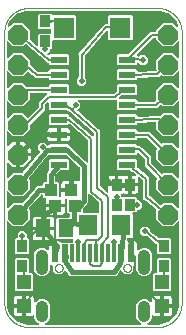
<source format=gtl>
G04 EAGLE Gerber RS-274X export*
G75*
%MOMM*%
%FSLAX34Y34*%
%LPD*%
%INTop Layer*%
%IPPOS*%
%AMOC8*
5,1,8,0,0,1.08239X$1,22.5*%
G01*
%ADD10C,0.000000*%
%ADD11P,1.814519X8X202.500000*%
%ADD12R,0.900000X1.000000*%
%ADD13R,1.400000X0.600000*%
%ADD14R,0.300000X1.500000*%
%ADD15R,0.600000X1.500000*%
%ADD16C,1.000000*%
%ADD17R,1.600000X1.800000*%
%ADD18R,1.100000X1.000000*%
%ADD19R,1.300000X1.500000*%
%ADD20R,1.200000X1.200000*%
%ADD21R,1.800000X1.800000*%
%ADD22C,0.406400*%
%ADD23C,0.504800*%
%ADD24C,0.152400*%
%ADD25C,0.203200*%

G36*
X28564Y2048D02*
X28564Y2048D01*
X28661Y2058D01*
X28685Y2068D01*
X28711Y2072D01*
X28796Y2118D01*
X28886Y2158D01*
X28905Y2175D01*
X28928Y2188D01*
X28995Y2258D01*
X29067Y2324D01*
X29079Y2347D01*
X29097Y2366D01*
X29138Y2454D01*
X29185Y2540D01*
X29190Y2565D01*
X29201Y2589D01*
X29212Y2686D01*
X29229Y2782D01*
X29225Y2808D01*
X29228Y2833D01*
X29207Y2928D01*
X29193Y3025D01*
X29181Y3048D01*
X29176Y3074D01*
X29126Y3158D01*
X29082Y3244D01*
X29063Y3262D01*
X29050Y3285D01*
X28975Y3348D01*
X28906Y3416D01*
X28877Y3432D01*
X28863Y3445D01*
X28832Y3457D01*
X28759Y3497D01*
X28104Y3769D01*
X26269Y5604D01*
X25275Y8002D01*
X25275Y9284D01*
X25260Y9378D01*
X25251Y9473D01*
X25240Y9499D01*
X25236Y9527D01*
X25191Y9611D01*
X25153Y9699D01*
X25134Y9719D01*
X25120Y9744D01*
X25051Y9810D01*
X24987Y9881D01*
X24963Y9894D01*
X24942Y9914D01*
X24856Y9954D01*
X24772Y10000D01*
X24745Y10005D01*
X24719Y10017D01*
X24624Y10028D01*
X24531Y10045D01*
X24503Y10041D01*
X24475Y10044D01*
X24381Y10024D01*
X24287Y10011D01*
X24255Y9997D01*
X24234Y9992D01*
X24206Y9975D01*
X24133Y9943D01*
X23491Y9572D01*
X22844Y9399D01*
X18033Y9399D01*
X18033Y17178D01*
X18030Y17198D01*
X18032Y17217D01*
X18010Y17319D01*
X17993Y17421D01*
X17984Y17438D01*
X17980Y17458D01*
X17927Y17547D01*
X17878Y17638D01*
X17864Y17652D01*
X17854Y17669D01*
X17775Y17736D01*
X17700Y17807D01*
X17682Y17816D01*
X17667Y17829D01*
X17571Y17868D01*
X17477Y17911D01*
X17457Y17913D01*
X17439Y17921D01*
X17272Y17939D01*
X16509Y17939D01*
X16509Y17941D01*
X17272Y17941D01*
X17292Y17944D01*
X17311Y17942D01*
X17413Y17964D01*
X17515Y17981D01*
X17532Y17990D01*
X17552Y17994D01*
X17641Y18047D01*
X17732Y18096D01*
X17746Y18110D01*
X17763Y18120D01*
X17830Y18199D01*
X17901Y18274D01*
X17910Y18292D01*
X17923Y18307D01*
X17962Y18403D01*
X18005Y18497D01*
X18007Y18517D01*
X18015Y18535D01*
X18033Y18702D01*
X18033Y26481D01*
X22844Y26481D01*
X23491Y26308D01*
X24070Y25973D01*
X24543Y25500D01*
X24878Y24921D01*
X25051Y24274D01*
X25051Y21616D01*
X25062Y21545D01*
X25064Y21473D01*
X25082Y21424D01*
X25090Y21373D01*
X25124Y21310D01*
X25149Y21242D01*
X25181Y21202D01*
X25206Y21156D01*
X25258Y21106D01*
X25302Y21050D01*
X25346Y21022D01*
X25384Y20986D01*
X25449Y20956D01*
X25509Y20917D01*
X25560Y20905D01*
X25607Y20883D01*
X25678Y20875D01*
X25748Y20857D01*
X25800Y20861D01*
X25851Y20856D01*
X25922Y20871D01*
X25993Y20876D01*
X26041Y20897D01*
X26092Y20908D01*
X26153Y20945D01*
X26219Y20973D01*
X26275Y21018D01*
X26303Y21034D01*
X26318Y21052D01*
X26350Y21078D01*
X28104Y22831D01*
X30502Y23825D01*
X33098Y23825D01*
X35496Y22831D01*
X37331Y20996D01*
X38325Y18598D01*
X38325Y8002D01*
X37331Y5604D01*
X35496Y3769D01*
X34841Y3497D01*
X34758Y3446D01*
X34672Y3400D01*
X34654Y3381D01*
X34632Y3368D01*
X34570Y3293D01*
X34503Y3222D01*
X34492Y3198D01*
X34475Y3178D01*
X34440Y3087D01*
X34399Y2999D01*
X34396Y2973D01*
X34387Y2949D01*
X34383Y2851D01*
X34372Y2755D01*
X34378Y2729D01*
X34376Y2703D01*
X34404Y2609D01*
X34424Y2514D01*
X34438Y2492D01*
X34445Y2467D01*
X34500Y2387D01*
X34550Y2303D01*
X34570Y2286D01*
X34585Y2265D01*
X34663Y2206D01*
X34737Y2143D01*
X34762Y2133D01*
X34783Y2118D01*
X34875Y2088D01*
X34966Y2051D01*
X34998Y2048D01*
X35016Y2042D01*
X35050Y2042D01*
X35132Y2033D01*
X114868Y2033D01*
X114964Y2048D01*
X115061Y2058D01*
X115085Y2068D01*
X115111Y2072D01*
X115196Y2118D01*
X115286Y2158D01*
X115305Y2175D01*
X115328Y2188D01*
X115395Y2258D01*
X115467Y2324D01*
X115479Y2347D01*
X115497Y2366D01*
X115538Y2454D01*
X115585Y2540D01*
X115590Y2565D01*
X115601Y2589D01*
X115612Y2686D01*
X115629Y2782D01*
X115625Y2808D01*
X115628Y2833D01*
X115607Y2928D01*
X115593Y3025D01*
X115581Y3048D01*
X115576Y3074D01*
X115526Y3158D01*
X115482Y3244D01*
X115463Y3262D01*
X115450Y3285D01*
X115375Y3348D01*
X115306Y3416D01*
X115277Y3432D01*
X115263Y3445D01*
X115232Y3457D01*
X115159Y3497D01*
X114504Y3769D01*
X112669Y5604D01*
X111675Y8002D01*
X111675Y18598D01*
X112669Y20996D01*
X114504Y22831D01*
X116902Y23825D01*
X119498Y23825D01*
X121896Y22831D01*
X123510Y21218D01*
X123568Y21176D01*
X123620Y21126D01*
X123667Y21104D01*
X123709Y21074D01*
X123778Y21053D01*
X123843Y21023D01*
X123895Y21017D01*
X123945Y21002D01*
X124016Y21004D01*
X124087Y20996D01*
X124138Y21007D01*
X124190Y21008D01*
X124258Y21033D01*
X124328Y21048D01*
X124373Y21075D01*
X124421Y21093D01*
X124477Y21137D01*
X124539Y21174D01*
X124573Y21214D01*
X124613Y21246D01*
X124652Y21307D01*
X124699Y21361D01*
X124718Y21409D01*
X124746Y21453D01*
X124764Y21523D01*
X124791Y21589D01*
X124799Y21661D01*
X124807Y21692D01*
X124805Y21715D01*
X124809Y21756D01*
X124809Y24274D01*
X124982Y24921D01*
X125317Y25500D01*
X125790Y25973D01*
X126369Y26308D01*
X127016Y26481D01*
X131827Y26481D01*
X131827Y18702D01*
X131830Y18682D01*
X131828Y18663D01*
X131850Y18561D01*
X131867Y18459D01*
X131876Y18442D01*
X131880Y18422D01*
X131933Y18333D01*
X131982Y18242D01*
X131996Y18228D01*
X132006Y18211D01*
X132085Y18144D01*
X132160Y18073D01*
X132178Y18064D01*
X132193Y18051D01*
X132289Y18012D01*
X132383Y17969D01*
X132403Y17967D01*
X132421Y17959D01*
X132588Y17941D01*
X133351Y17941D01*
X133351Y17939D01*
X132588Y17939D01*
X132568Y17936D01*
X132549Y17938D01*
X132447Y17916D01*
X132345Y17899D01*
X132328Y17890D01*
X132308Y17886D01*
X132219Y17833D01*
X132128Y17784D01*
X132114Y17770D01*
X132097Y17760D01*
X132030Y17681D01*
X131959Y17606D01*
X131950Y17588D01*
X131937Y17573D01*
X131898Y17477D01*
X131855Y17383D01*
X131853Y17363D01*
X131845Y17345D01*
X131827Y17178D01*
X131827Y9399D01*
X127016Y9399D01*
X126369Y9572D01*
X125867Y9863D01*
X125777Y9896D01*
X125691Y9937D01*
X125663Y9940D01*
X125637Y9950D01*
X125541Y9953D01*
X125447Y9964D01*
X125419Y9958D01*
X125391Y9959D01*
X125299Y9932D01*
X125206Y9911D01*
X125182Y9897D01*
X125155Y9889D01*
X125077Y9834D01*
X124995Y9785D01*
X124977Y9764D01*
X124954Y9748D01*
X124897Y9671D01*
X124835Y9598D01*
X124825Y9572D01*
X124808Y9549D01*
X124779Y9459D01*
X124743Y9370D01*
X124739Y9335D01*
X124733Y9315D01*
X124733Y9282D01*
X124725Y9203D01*
X124725Y8002D01*
X123731Y5604D01*
X121896Y3769D01*
X121241Y3497D01*
X121158Y3446D01*
X121072Y3400D01*
X121054Y3381D01*
X121032Y3368D01*
X120970Y3293D01*
X120903Y3222D01*
X120892Y3198D01*
X120875Y3178D01*
X120840Y3087D01*
X120799Y2999D01*
X120796Y2973D01*
X120787Y2949D01*
X120783Y2851D01*
X120772Y2755D01*
X120778Y2729D01*
X120776Y2703D01*
X120804Y2609D01*
X120824Y2514D01*
X120838Y2492D01*
X120845Y2467D01*
X120900Y2387D01*
X120950Y2303D01*
X120970Y2286D01*
X120985Y2265D01*
X121063Y2206D01*
X121137Y2143D01*
X121162Y2133D01*
X121183Y2118D01*
X121275Y2088D01*
X121366Y2051D01*
X121398Y2048D01*
X121416Y2042D01*
X121450Y2042D01*
X121532Y2033D01*
X130000Y2033D01*
X130022Y2036D01*
X130060Y2035D01*
X132751Y2247D01*
X132757Y2248D01*
X132763Y2248D01*
X132927Y2282D01*
X138047Y3945D01*
X138078Y3962D01*
X138113Y3970D01*
X138259Y4053D01*
X142614Y7218D01*
X142639Y7243D01*
X142669Y7262D01*
X142782Y7386D01*
X145947Y11741D01*
X145963Y11773D01*
X145986Y11801D01*
X146055Y11953D01*
X147718Y17073D01*
X147719Y17079D01*
X147722Y17084D01*
X147753Y17249D01*
X147965Y19940D01*
X147963Y19962D01*
X147967Y20000D01*
X147967Y88939D01*
X147956Y89010D01*
X147954Y89082D01*
X147936Y89131D01*
X147928Y89182D01*
X147894Y89245D01*
X147869Y89313D01*
X147837Y89353D01*
X147812Y89399D01*
X147760Y89449D01*
X147716Y89505D01*
X147672Y89533D01*
X147634Y89569D01*
X147569Y89599D01*
X147509Y89638D01*
X147458Y89650D01*
X147411Y89672D01*
X147340Y89680D01*
X147270Y89698D01*
X147218Y89694D01*
X147167Y89699D01*
X147096Y89684D01*
X147025Y89679D01*
X146977Y89658D01*
X146926Y89647D01*
X146865Y89610D01*
X146799Y89582D01*
X146743Y89538D01*
X146715Y89521D01*
X146700Y89503D01*
X146668Y89478D01*
X142534Y85343D01*
X134326Y85343D01*
X128523Y91146D01*
X128523Y99484D01*
X128521Y99496D01*
X128523Y99508D01*
X128522Y99512D01*
X128520Y99521D01*
X128501Y99617D01*
X128484Y99727D01*
X128478Y99737D01*
X128476Y99749D01*
X128420Y99846D01*
X128368Y99944D01*
X128360Y99952D01*
X128354Y99963D01*
X128235Y100081D01*
X119466Y107023D01*
X119424Y107046D01*
X119388Y107077D01*
X119317Y107105D01*
X119251Y107142D01*
X119204Y107151D01*
X119160Y107169D01*
X119102Y107175D01*
X118481Y107796D01*
X118457Y107813D01*
X118415Y107855D01*
X117730Y108397D01*
X117704Y108457D01*
X117683Y108530D01*
X117656Y108569D01*
X117638Y108613D01*
X117601Y108659D01*
X117601Y109537D01*
X117596Y109566D01*
X117596Y109625D01*
X117495Y110493D01*
X117519Y110553D01*
X117556Y110619D01*
X117565Y110666D01*
X117583Y110710D01*
X117597Y110840D01*
X117601Y110861D01*
X117600Y110867D01*
X117601Y110877D01*
X117601Y124102D01*
X117598Y124119D01*
X117600Y124137D01*
X117579Y124241D01*
X117562Y124345D01*
X117553Y124360D01*
X117550Y124378D01*
X117496Y124469D01*
X117446Y124562D01*
X117434Y124574D01*
X117424Y124590D01*
X117303Y124706D01*
X114477Y126875D01*
X114372Y126931D01*
X114264Y126989D01*
X114262Y126990D01*
X114261Y126991D01*
X114141Y127011D01*
X114022Y127032D01*
X114020Y127032D01*
X114018Y127032D01*
X113899Y127013D01*
X113779Y126995D01*
X113777Y126994D01*
X113775Y126993D01*
X113668Y126937D01*
X113560Y126882D01*
X113559Y126881D01*
X113557Y126880D01*
X113474Y126793D01*
X113389Y126705D01*
X113388Y126704D01*
X113387Y126702D01*
X113335Y126592D01*
X113283Y126484D01*
X113283Y126482D01*
X113282Y126480D01*
X113268Y126357D01*
X113253Y126239D01*
X113254Y126237D01*
X113254Y126235D01*
X113255Y126228D01*
X113279Y126074D01*
X113343Y125835D01*
X113343Y122023D01*
X107825Y122023D01*
X107825Y128041D01*
X110716Y128041D01*
X110833Y128060D01*
X110954Y128079D01*
X110956Y128080D01*
X110958Y128080D01*
X111064Y128137D01*
X111172Y128193D01*
X111174Y128195D01*
X111176Y128196D01*
X111258Y128283D01*
X111343Y128370D01*
X111344Y128372D01*
X111345Y128374D01*
X111396Y128483D01*
X111448Y128593D01*
X111448Y128595D01*
X111449Y128597D01*
X111462Y128715D01*
X111476Y128837D01*
X111476Y128839D01*
X111476Y128841D01*
X111451Y128956D01*
X111425Y129078D01*
X111424Y129080D01*
X111424Y129082D01*
X111361Y129186D01*
X111300Y129290D01*
X111298Y129291D01*
X111297Y129293D01*
X111291Y129298D01*
X111179Y129406D01*
X108562Y131414D01*
X108526Y131434D01*
X108494Y131461D01*
X108418Y131492D01*
X108346Y131530D01*
X108305Y131537D01*
X108266Y131553D01*
X108176Y131563D01*
X107576Y132163D01*
X107551Y132181D01*
X107502Y132228D01*
X106668Y132868D01*
X106631Y132888D01*
X106599Y132915D01*
X106523Y132946D01*
X106451Y132984D01*
X106410Y132991D01*
X106371Y133007D01*
X106217Y133024D01*
X106209Y133025D01*
X106207Y133025D01*
X106204Y133025D01*
X96368Y133025D01*
X95475Y133918D01*
X95475Y141182D01*
X96368Y142075D01*
X111632Y142075D01*
X112525Y141182D01*
X112525Y135154D01*
X112528Y135136D01*
X112526Y135119D01*
X112547Y135015D01*
X112564Y134911D01*
X112573Y134895D01*
X112576Y134878D01*
X112630Y134787D01*
X112680Y134694D01*
X112692Y134682D01*
X112702Y134666D01*
X112823Y134550D01*
X120800Y128428D01*
X120836Y128408D01*
X120868Y128381D01*
X120944Y128350D01*
X121016Y128312D01*
X121057Y128305D01*
X121096Y128289D01*
X121186Y128279D01*
X121786Y127679D01*
X121811Y127661D01*
X121861Y127614D01*
X122529Y127101D01*
X122530Y127091D01*
X122562Y127016D01*
X122586Y126937D01*
X122610Y126903D01*
X122626Y126865D01*
X122683Y126795D01*
X122683Y125946D01*
X122688Y125915D01*
X122689Y125847D01*
X122799Y125011D01*
X122793Y125004D01*
X122762Y124928D01*
X122724Y124856D01*
X122717Y124815D01*
X122701Y124776D01*
X122684Y124621D01*
X122683Y124613D01*
X122683Y124611D01*
X122683Y124609D01*
X122683Y111325D01*
X122685Y111314D01*
X122683Y111302D01*
X122705Y111192D01*
X122722Y111083D01*
X122728Y111072D01*
X122730Y111060D01*
X122786Y110963D01*
X122838Y110865D01*
X122846Y110857D01*
X122852Y110847D01*
X122971Y110729D01*
X131888Y103670D01*
X131974Y103622D01*
X132057Y103568D01*
X132081Y103562D01*
X132103Y103550D01*
X132200Y103532D01*
X132296Y103508D01*
X132320Y103510D01*
X132344Y103506D01*
X132443Y103520D01*
X132541Y103527D01*
X132564Y103537D01*
X132588Y103540D01*
X132676Y103585D01*
X132767Y103624D01*
X132791Y103643D01*
X132808Y103651D01*
X132831Y103675D01*
X132898Y103729D01*
X134326Y105157D01*
X142534Y105157D01*
X146668Y101022D01*
X146726Y100981D01*
X146778Y100931D01*
X146825Y100909D01*
X146867Y100879D01*
X146936Y100858D01*
X147001Y100828D01*
X147053Y100822D01*
X147103Y100807D01*
X147174Y100808D01*
X147245Y100801D01*
X147296Y100812D01*
X147348Y100813D01*
X147416Y100838D01*
X147486Y100853D01*
X147531Y100880D01*
X147579Y100897D01*
X147635Y100942D01*
X147697Y100979D01*
X147731Y101019D01*
X147771Y101051D01*
X147810Y101111D01*
X147857Y101166D01*
X147876Y101214D01*
X147904Y101258D01*
X147922Y101327D01*
X147949Y101394D01*
X147957Y101465D01*
X147965Y101497D01*
X147963Y101520D01*
X147967Y101561D01*
X147967Y114339D01*
X147956Y114410D01*
X147954Y114482D01*
X147936Y114531D01*
X147928Y114582D01*
X147894Y114645D01*
X147869Y114713D01*
X147837Y114753D01*
X147812Y114799D01*
X147760Y114849D01*
X147716Y114905D01*
X147672Y114933D01*
X147634Y114969D01*
X147569Y114999D01*
X147509Y115038D01*
X147458Y115050D01*
X147411Y115072D01*
X147340Y115080D01*
X147270Y115098D01*
X147218Y115094D01*
X147167Y115099D01*
X147096Y115084D01*
X147025Y115079D01*
X146977Y115058D01*
X146926Y115047D01*
X146865Y115010D01*
X146799Y114982D01*
X146743Y114938D01*
X146715Y114921D01*
X146700Y114903D01*
X146668Y114878D01*
X142534Y110743D01*
X134326Y110743D01*
X128523Y116546D01*
X128523Y124753D01*
X128963Y125193D01*
X128975Y125209D01*
X128990Y125222D01*
X129046Y125309D01*
X129107Y125393D01*
X129112Y125412D01*
X129123Y125429D01*
X129149Y125529D01*
X129179Y125628D01*
X129178Y125648D01*
X129183Y125667D01*
X129175Y125770D01*
X129173Y125874D01*
X129166Y125893D01*
X129164Y125913D01*
X129124Y126007D01*
X129088Y126105D01*
X129076Y126121D01*
X129068Y126139D01*
X128963Y126270D01*
X120329Y134904D01*
X120328Y134904D01*
X118617Y136616D01*
X118617Y142142D01*
X118603Y142232D01*
X118595Y142323D01*
X118583Y142353D01*
X118578Y142385D01*
X118535Y142466D01*
X118499Y142550D01*
X118473Y142582D01*
X118462Y142602D01*
X118439Y142625D01*
X118394Y142681D01*
X113824Y147251D01*
X113766Y147292D01*
X113714Y147342D01*
X113667Y147364D01*
X113625Y147394D01*
X113556Y147415D01*
X113491Y147445D01*
X113439Y147451D01*
X113389Y147467D01*
X113318Y147465D01*
X113247Y147473D01*
X113196Y147461D01*
X113144Y147460D01*
X113076Y147436D01*
X113006Y147420D01*
X112962Y147394D01*
X112913Y147376D01*
X112857Y147331D01*
X112795Y147294D01*
X112761Y147255D01*
X112721Y147222D01*
X112682Y147162D01*
X112635Y147107D01*
X112616Y147059D01*
X112588Y147015D01*
X112570Y146946D01*
X112543Y146879D01*
X112535Y146808D01*
X112527Y146777D01*
X112529Y146753D01*
X112525Y146712D01*
X112525Y146618D01*
X111632Y145725D01*
X96368Y145725D01*
X95475Y146618D01*
X95475Y153882D01*
X96368Y154775D01*
X111632Y154775D01*
X112527Y153879D01*
X112548Y153783D01*
X112564Y153681D01*
X112574Y153664D01*
X112578Y153644D01*
X112631Y153555D01*
X112680Y153464D01*
X112694Y153450D01*
X112704Y153433D01*
X112783Y153366D01*
X112858Y153294D01*
X112876Y153286D01*
X112891Y153273D01*
X112987Y153234D01*
X113081Y153191D01*
X113101Y153189D01*
X113119Y153181D01*
X113286Y153163D01*
X115098Y153163D01*
X116810Y151452D01*
X116810Y151451D01*
X121987Y146274D01*
X121988Y146274D01*
X123699Y144562D01*
X123699Y139036D01*
X123701Y139025D01*
X123700Y139018D01*
X123707Y138984D01*
X123713Y138946D01*
X123721Y138855D01*
X123733Y138825D01*
X123738Y138793D01*
X123781Y138712D01*
X123817Y138628D01*
X123843Y138596D01*
X123854Y138576D01*
X123877Y138553D01*
X123922Y138497D01*
X132556Y129863D01*
X132572Y129851D01*
X132585Y129836D01*
X132672Y129780D01*
X132756Y129719D01*
X132775Y129714D01*
X132792Y129703D01*
X132892Y129677D01*
X132991Y129647D01*
X133011Y129648D01*
X133030Y129643D01*
X133133Y129651D01*
X133237Y129653D01*
X133256Y129660D01*
X133275Y129662D01*
X133370Y129702D01*
X133468Y129738D01*
X133484Y129750D01*
X133502Y129758D01*
X133633Y129863D01*
X134326Y130557D01*
X142534Y130557D01*
X146668Y126422D01*
X146726Y126381D01*
X146778Y126331D01*
X146825Y126309D01*
X146867Y126279D01*
X146936Y126258D01*
X147001Y126228D01*
X147053Y126222D01*
X147103Y126207D01*
X147174Y126208D01*
X147245Y126201D01*
X147296Y126212D01*
X147348Y126213D01*
X147416Y126238D01*
X147486Y126253D01*
X147531Y126280D01*
X147579Y126297D01*
X147635Y126342D01*
X147697Y126379D01*
X147731Y126419D01*
X147771Y126451D01*
X147810Y126511D01*
X147857Y126566D01*
X147876Y126614D01*
X147904Y126658D01*
X147922Y126727D01*
X147949Y126794D01*
X147957Y126865D01*
X147965Y126897D01*
X147963Y126920D01*
X147967Y126961D01*
X147967Y139739D01*
X147956Y139810D01*
X147954Y139882D01*
X147936Y139931D01*
X147928Y139982D01*
X147894Y140045D01*
X147869Y140113D01*
X147837Y140153D01*
X147812Y140199D01*
X147760Y140249D01*
X147716Y140305D01*
X147672Y140333D01*
X147634Y140369D01*
X147569Y140399D01*
X147509Y140438D01*
X147458Y140450D01*
X147411Y140472D01*
X147340Y140480D01*
X147270Y140498D01*
X147218Y140494D01*
X147167Y140499D01*
X147096Y140484D01*
X147025Y140479D01*
X146977Y140458D01*
X146926Y140447D01*
X146865Y140410D01*
X146799Y140382D01*
X146743Y140338D01*
X146715Y140321D01*
X146700Y140303D01*
X146668Y140278D01*
X142534Y136143D01*
X134326Y136143D01*
X128523Y141946D01*
X128523Y150154D01*
X129148Y150778D01*
X129157Y150792D01*
X129171Y150802D01*
X129229Y150891D01*
X129291Y150978D01*
X129296Y150994D01*
X129305Y151008D01*
X129332Y151111D01*
X129363Y151213D01*
X129363Y151230D01*
X129367Y151246D01*
X129360Y151352D01*
X129357Y151458D01*
X129351Y151474D01*
X129350Y151491D01*
X129309Y151589D01*
X129273Y151690D01*
X129262Y151703D01*
X129255Y151718D01*
X129152Y151850D01*
X121070Y160057D01*
X120996Y160110D01*
X120927Y160170D01*
X120897Y160183D01*
X120871Y160202D01*
X120784Y160229D01*
X120700Y160264D01*
X120659Y160269D01*
X120636Y160276D01*
X120604Y160275D01*
X120533Y160284D01*
X113292Y160339D01*
X113269Y160335D01*
X113247Y160338D01*
X113148Y160316D01*
X113049Y160301D01*
X113028Y160290D01*
X113006Y160285D01*
X112920Y160234D01*
X112830Y160187D01*
X112815Y160171D01*
X112795Y160159D01*
X112730Y160083D01*
X112660Y160010D01*
X112650Y159990D01*
X112635Y159972D01*
X112597Y159879D01*
X112554Y159788D01*
X112552Y159765D01*
X112543Y159744D01*
X112525Y159577D01*
X112525Y159318D01*
X111632Y158425D01*
X96368Y158425D01*
X95475Y159318D01*
X95475Y166582D01*
X96368Y167475D01*
X111632Y167475D01*
X112525Y166582D01*
X112525Y166182D01*
X112527Y166165D01*
X112525Y166148D01*
X112547Y166043D01*
X112564Y165939D01*
X112572Y165924D01*
X112576Y165907D01*
X112630Y165815D01*
X112680Y165721D01*
X112692Y165710D01*
X112700Y165695D01*
X112781Y165625D01*
X112858Y165552D01*
X112873Y165545D01*
X112886Y165534D01*
X112984Y165493D01*
X113081Y165448D01*
X113098Y165447D01*
X113114Y165440D01*
X113280Y165420D01*
X120572Y165365D01*
X121875Y165355D01*
X122992Y165347D01*
X123569Y164760D01*
X124690Y163623D01*
X124690Y163622D01*
X132737Y155452D01*
X132755Y155438D01*
X132769Y155420D01*
X132854Y155366D01*
X132935Y155307D01*
X132957Y155300D01*
X132976Y155287D01*
X133074Y155263D01*
X133170Y155233D01*
X133193Y155233D01*
X133215Y155227D01*
X133315Y155235D01*
X133416Y155237D01*
X133437Y155245D01*
X133460Y155246D01*
X133553Y155286D01*
X133647Y155320D01*
X133665Y155334D01*
X133686Y155343D01*
X133817Y155448D01*
X134326Y155957D01*
X142534Y155957D01*
X146668Y151822D01*
X146726Y151781D01*
X146778Y151731D01*
X146825Y151709D01*
X146867Y151679D01*
X146936Y151658D01*
X147001Y151628D01*
X147053Y151622D01*
X147103Y151607D01*
X147174Y151608D01*
X147245Y151601D01*
X147296Y151612D01*
X147348Y151613D01*
X147416Y151638D01*
X147486Y151653D01*
X147531Y151680D01*
X147579Y151697D01*
X147635Y151742D01*
X147697Y151779D01*
X147731Y151819D01*
X147771Y151851D01*
X147810Y151911D01*
X147857Y151966D01*
X147876Y152014D01*
X147904Y152058D01*
X147922Y152127D01*
X147949Y152194D01*
X147957Y152265D01*
X147965Y152297D01*
X147963Y152320D01*
X147967Y152361D01*
X147967Y165139D01*
X147956Y165210D01*
X147954Y165282D01*
X147936Y165331D01*
X147928Y165382D01*
X147894Y165445D01*
X147869Y165513D01*
X147837Y165553D01*
X147812Y165599D01*
X147760Y165649D01*
X147716Y165705D01*
X147672Y165733D01*
X147634Y165769D01*
X147569Y165799D01*
X147509Y165838D01*
X147458Y165850D01*
X147411Y165872D01*
X147340Y165880D01*
X147270Y165898D01*
X147218Y165894D01*
X147167Y165899D01*
X147096Y165884D01*
X147025Y165879D01*
X146977Y165858D01*
X146926Y165847D01*
X146865Y165810D01*
X146799Y165782D01*
X146743Y165738D01*
X146715Y165721D01*
X146700Y165703D01*
X146668Y165678D01*
X142534Y161543D01*
X134326Y161543D01*
X128523Y167346D01*
X128523Y172452D01*
X128520Y172473D01*
X128522Y172494D01*
X128500Y172594D01*
X128484Y172694D01*
X128473Y172713D01*
X128469Y172735D01*
X128416Y172822D01*
X128368Y172912D01*
X128353Y172927D01*
X128342Y172945D01*
X128264Y173011D01*
X128190Y173081D01*
X128171Y173090D01*
X128154Y173104D01*
X128059Y173142D01*
X127967Y173185D01*
X127946Y173187D01*
X127925Y173195D01*
X127759Y173213D01*
X113283Y173150D01*
X113265Y173147D01*
X113247Y173149D01*
X113144Y173126D01*
X113040Y173109D01*
X113024Y173100D01*
X113006Y173096D01*
X112916Y173042D01*
X112823Y172993D01*
X112811Y172980D01*
X112795Y172970D01*
X112727Y172890D01*
X112655Y172814D01*
X112647Y172797D01*
X112635Y172783D01*
X112596Y172685D01*
X112552Y172590D01*
X112550Y172572D01*
X112543Y172555D01*
X112525Y172388D01*
X112525Y172018D01*
X111632Y171125D01*
X96368Y171125D01*
X95475Y172018D01*
X95475Y179282D01*
X96368Y180175D01*
X111632Y180175D01*
X112525Y179282D01*
X112525Y178992D01*
X112528Y178971D01*
X112526Y178950D01*
X112548Y178850D01*
X112564Y178750D01*
X112575Y178731D01*
X112579Y178710D01*
X112632Y178622D01*
X112680Y178532D01*
X112695Y178518D01*
X112706Y178499D01*
X112784Y178433D01*
X112858Y178363D01*
X112877Y178354D01*
X112894Y178340D01*
X112989Y178302D01*
X113081Y178259D01*
X113102Y178257D01*
X113123Y178249D01*
X113289Y178231D01*
X130637Y178307D01*
X130648Y178309D01*
X130659Y178307D01*
X130825Y178332D01*
X131269Y178447D01*
X131377Y178495D01*
X131484Y178541D01*
X131490Y178545D01*
X131494Y178547D01*
X131507Y178559D01*
X131615Y178646D01*
X134326Y181357D01*
X142534Y181357D01*
X146668Y177222D01*
X146726Y177181D01*
X146778Y177131D01*
X146825Y177109D01*
X146867Y177079D01*
X146936Y177058D01*
X147001Y177028D01*
X147053Y177022D01*
X147103Y177007D01*
X147174Y177008D01*
X147245Y177001D01*
X147296Y177012D01*
X147348Y177013D01*
X147416Y177038D01*
X147486Y177053D01*
X147531Y177080D01*
X147579Y177097D01*
X147635Y177142D01*
X147697Y177179D01*
X147731Y177219D01*
X147771Y177251D01*
X147810Y177311D01*
X147857Y177366D01*
X147876Y177414D01*
X147904Y177458D01*
X147922Y177527D01*
X147949Y177594D01*
X147957Y177665D01*
X147965Y177697D01*
X147963Y177720D01*
X147967Y177761D01*
X147967Y190539D01*
X147956Y190610D01*
X147954Y190682D01*
X147936Y190731D01*
X147928Y190782D01*
X147894Y190845D01*
X147869Y190913D01*
X147837Y190953D01*
X147812Y190999D01*
X147760Y191049D01*
X147716Y191105D01*
X147672Y191133D01*
X147634Y191169D01*
X147569Y191199D01*
X147509Y191238D01*
X147458Y191250D01*
X147411Y191272D01*
X147340Y191280D01*
X147270Y191298D01*
X147218Y191294D01*
X147167Y191299D01*
X147096Y191284D01*
X147025Y191279D01*
X146977Y191258D01*
X146926Y191247D01*
X146865Y191210D01*
X146799Y191182D01*
X146743Y191138D01*
X146715Y191121D01*
X146700Y191103D01*
X146668Y191078D01*
X142534Y186943D01*
X134326Y186943D01*
X133156Y188114D01*
X133065Y188179D01*
X132976Y188247D01*
X132965Y188251D01*
X132956Y188258D01*
X132849Y188290D01*
X132743Y188327D01*
X132732Y188327D01*
X132721Y188330D01*
X132609Y188327D01*
X132497Y188327D01*
X132486Y188324D01*
X132475Y188324D01*
X132370Y188285D01*
X132263Y188250D01*
X132252Y188242D01*
X132244Y188239D01*
X132224Y188223D01*
X132124Y188156D01*
X130010Y186359D01*
X129996Y186342D01*
X129968Y186320D01*
X129274Y185634D01*
X129237Y185628D01*
X129181Y185599D01*
X129162Y185593D01*
X128189Y185672D01*
X128168Y185670D01*
X128132Y185674D01*
X113290Y185757D01*
X113268Y185754D01*
X113247Y185756D01*
X113148Y185735D01*
X113047Y185719D01*
X113028Y185709D01*
X113006Y185704D01*
X112919Y185652D01*
X112829Y185605D01*
X112814Y185589D01*
X112795Y185578D01*
X112729Y185501D01*
X112659Y185428D01*
X112649Y185408D01*
X112635Y185391D01*
X112597Y185297D01*
X112554Y185205D01*
X112551Y185183D01*
X112543Y185163D01*
X112525Y184996D01*
X112525Y184718D01*
X111632Y183825D01*
X96368Y183825D01*
X95475Y184718D01*
X95475Y191516D01*
X95472Y191536D01*
X95474Y191555D01*
X95452Y191657D01*
X95436Y191759D01*
X95426Y191776D01*
X95422Y191796D01*
X95369Y191885D01*
X95320Y191976D01*
X95306Y191990D01*
X95296Y192007D01*
X95217Y192074D01*
X95142Y192146D01*
X95124Y192154D01*
X95109Y192167D01*
X95013Y192206D01*
X94919Y192249D01*
X94899Y192251D01*
X94881Y192259D01*
X94714Y192277D01*
X63190Y192277D01*
X63120Y192266D01*
X63048Y192264D01*
X62999Y192246D01*
X62948Y192238D01*
X62884Y192204D01*
X62817Y192179D01*
X62776Y192147D01*
X62730Y192122D01*
X62681Y192070D01*
X62625Y192026D01*
X62597Y191982D01*
X62561Y191944D01*
X62531Y191879D01*
X62492Y191819D01*
X62479Y191768D01*
X62457Y191721D01*
X62449Y191650D01*
X62432Y191580D01*
X62436Y191528D01*
X62430Y191477D01*
X62445Y191406D01*
X62451Y191335D01*
X62471Y191287D01*
X62482Y191236D01*
X62519Y191175D01*
X62547Y191109D01*
X62592Y191053D01*
X62609Y191025D01*
X62626Y191010D01*
X62652Y190978D01*
X64247Y189383D01*
X64247Y186029D01*
X61992Y183774D01*
X61965Y183736D01*
X61930Y183704D01*
X61893Y183637D01*
X61849Y183575D01*
X61835Y183529D01*
X61812Y183488D01*
X61799Y183413D01*
X61776Y183340D01*
X61778Y183292D01*
X61769Y183246D01*
X61781Y183170D01*
X61783Y183094D01*
X61799Y183049D01*
X61806Y183002D01*
X61841Y182935D01*
X61867Y182863D01*
X61897Y182826D01*
X61918Y182784D01*
X62007Y182688D01*
X62021Y182671D01*
X62026Y182667D01*
X62032Y182661D01*
X79480Y167566D01*
X79533Y167533D01*
X79580Y167493D01*
X79637Y167469D01*
X79689Y167437D01*
X79750Y167423D01*
X79775Y167413D01*
X80456Y166724D01*
X80474Y166711D01*
X80499Y166684D01*
X81233Y166049D01*
X81243Y166007D01*
X81276Y165954D01*
X81287Y165929D01*
X81281Y164960D01*
X81285Y164939D01*
X81283Y164901D01*
X81353Y163933D01*
X81331Y163897D01*
X81317Y163836D01*
X81293Y163779D01*
X81283Y163689D01*
X81276Y163657D01*
X81277Y163640D01*
X81274Y163612D01*
X81035Y119562D01*
X81052Y119453D01*
X81065Y119344D01*
X81071Y119332D01*
X81073Y119319D01*
X81124Y119222D01*
X81172Y119122D01*
X81182Y119110D01*
X81187Y119101D01*
X81207Y119081D01*
X81282Y118996D01*
X86843Y113912D01*
X86869Y113895D01*
X86890Y113872D01*
X86971Y113828D01*
X87049Y113778D01*
X87079Y113770D01*
X87106Y113755D01*
X87197Y113739D01*
X87287Y113716D01*
X87318Y113718D01*
X87348Y113713D01*
X87440Y113727D01*
X87532Y113733D01*
X87561Y113745D01*
X87591Y113750D01*
X87674Y113792D01*
X87759Y113828D01*
X87783Y113848D01*
X87810Y113862D01*
X87875Y113929D01*
X87944Y113990D01*
X87960Y114017D01*
X87981Y114039D01*
X88021Y114123D01*
X88068Y114203D01*
X88074Y114233D01*
X88087Y114261D01*
X88099Y114353D01*
X88117Y114444D01*
X88113Y114474D01*
X88117Y114505D01*
X88092Y114671D01*
X87959Y115166D01*
X87959Y118977D01*
X94238Y118977D01*
X94258Y118980D01*
X94277Y118978D01*
X94379Y119000D01*
X94481Y119017D01*
X94498Y119026D01*
X94518Y119030D01*
X94607Y119083D01*
X94698Y119132D01*
X94712Y119146D01*
X94729Y119156D01*
X94796Y119235D01*
X94867Y119310D01*
X94876Y119328D01*
X94889Y119343D01*
X94927Y119439D01*
X94971Y119533D01*
X94973Y119553D01*
X94981Y119571D01*
X94999Y119738D01*
X94999Y120501D01*
X95001Y120501D01*
X95001Y119738D01*
X95004Y119718D01*
X95002Y119699D01*
X95024Y119597D01*
X95041Y119495D01*
X95050Y119478D01*
X95054Y119458D01*
X95107Y119369D01*
X95156Y119278D01*
X95170Y119264D01*
X95180Y119247D01*
X95259Y119180D01*
X95334Y119109D01*
X95352Y119100D01*
X95367Y119087D01*
X95463Y119048D01*
X95557Y119005D01*
X95577Y119003D01*
X95595Y118995D01*
X95762Y118977D01*
X104779Y118977D01*
X104779Y112959D01*
X101468Y112959D01*
X100848Y113125D01*
X100734Y113137D01*
X100620Y113151D01*
X100610Y113149D01*
X100603Y113150D01*
X100582Y113145D01*
X100454Y113125D01*
X99834Y112959D01*
X99806Y112959D01*
X99786Y112956D01*
X99767Y112958D01*
X99665Y112936D01*
X99563Y112920D01*
X99546Y112910D01*
X99526Y112906D01*
X99437Y112853D01*
X99346Y112804D01*
X99332Y112790D01*
X99315Y112780D01*
X99248Y112701D01*
X99176Y112626D01*
X99168Y112608D01*
X99155Y112593D01*
X99116Y112497D01*
X99073Y112403D01*
X99071Y112383D01*
X99063Y112365D01*
X99045Y112198D01*
X99045Y110786D01*
X99048Y110766D01*
X99046Y110747D01*
X99068Y110645D01*
X99084Y110543D01*
X99094Y110526D01*
X99098Y110506D01*
X99151Y110417D01*
X99200Y110326D01*
X99214Y110312D01*
X99224Y110295D01*
X99303Y110228D01*
X99378Y110156D01*
X99396Y110148D01*
X99411Y110135D01*
X99507Y110096D01*
X99601Y110053D01*
X99621Y110051D01*
X99639Y110043D01*
X99806Y110025D01*
X100135Y110025D01*
X100141Y110016D01*
X100229Y109960D01*
X100312Y109900D01*
X100332Y109894D01*
X100348Y109883D01*
X100449Y109858D01*
X100548Y109828D01*
X100568Y109828D01*
X100587Y109823D01*
X100690Y109831D01*
X100793Y109834D01*
X100812Y109841D01*
X100832Y109842D01*
X100927Y109883D01*
X101024Y109918D01*
X101040Y109931D01*
X101058Y109939D01*
X101166Y110025D01*
X111434Y110025D01*
X112327Y109132D01*
X112327Y108188D01*
X112330Y108168D01*
X112328Y108149D01*
X112350Y108047D01*
X112366Y107945D01*
X112376Y107928D01*
X112380Y107908D01*
X112433Y107819D01*
X112482Y107728D01*
X112496Y107714D01*
X112506Y107697D01*
X112585Y107630D01*
X112660Y107558D01*
X112678Y107550D01*
X112693Y107537D01*
X112789Y107498D01*
X112883Y107455D01*
X112903Y107453D01*
X112921Y107445D01*
X113088Y107427D01*
X113691Y107427D01*
X116063Y105055D01*
X116063Y101701D01*
X113691Y99329D01*
X113088Y99329D01*
X113068Y99326D01*
X113049Y99328D01*
X112947Y99306D01*
X112845Y99290D01*
X112828Y99280D01*
X112808Y99276D01*
X112719Y99223D01*
X112628Y99174D01*
X112614Y99160D01*
X112597Y99150D01*
X112530Y99071D01*
X112458Y98996D01*
X112450Y98978D01*
X112437Y98963D01*
X112398Y98867D01*
X112355Y98773D01*
X112353Y98753D01*
X112345Y98735D01*
X112327Y98568D01*
X112327Y97868D01*
X111434Y96975D01*
X109019Y96975D01*
X108948Y96964D01*
X108876Y96962D01*
X108827Y96944D01*
X108776Y96936D01*
X108713Y96902D01*
X108645Y96877D01*
X108605Y96845D01*
X108559Y96820D01*
X108509Y96769D01*
X108453Y96724D01*
X108425Y96680D01*
X108389Y96642D01*
X108359Y96577D01*
X108320Y96517D01*
X108308Y96466D01*
X108286Y96419D01*
X108278Y96348D01*
X108260Y96278D01*
X108264Y96226D01*
X108259Y96175D01*
X108274Y96104D01*
X108279Y96033D01*
X108300Y95985D01*
X108311Y95934D01*
X108348Y95873D01*
X108376Y95807D01*
X108421Y95751D01*
X108437Y95723D01*
X108455Y95708D01*
X108481Y95676D01*
X108525Y95632D01*
X108525Y76368D01*
X107632Y75475D01*
X104401Y75475D01*
X104293Y75458D01*
X104184Y75444D01*
X104172Y75438D01*
X104159Y75436D01*
X104062Y75384D01*
X103963Y75336D01*
X103953Y75327D01*
X103941Y75320D01*
X103866Y75241D01*
X103787Y75164D01*
X103781Y75152D01*
X103772Y75142D01*
X103726Y75043D01*
X103676Y74945D01*
X103673Y74929D01*
X103668Y74919D01*
X103665Y74891D01*
X103643Y74780D01*
X103520Y73368D01*
X103524Y73315D01*
X103518Y73263D01*
X103533Y73194D01*
X103538Y73123D01*
X103559Y73074D01*
X103570Y73022D01*
X103606Y72961D01*
X103634Y72896D01*
X103669Y72857D01*
X103696Y72811D01*
X103750Y72765D01*
X103797Y72712D01*
X103843Y72686D01*
X103883Y72651D01*
X103949Y72625D01*
X104010Y72589D01*
X104062Y72579D01*
X104111Y72559D01*
X104223Y72547D01*
X104251Y72541D01*
X104262Y72543D01*
X104278Y72541D01*
X105501Y72541D01*
X105501Y63238D01*
X105504Y63219D01*
X105502Y63199D01*
X105524Y63097D01*
X105540Y62995D01*
X105550Y62978D01*
X105554Y62958D01*
X105607Y62869D01*
X105656Y62778D01*
X105670Y62764D01*
X105680Y62747D01*
X105759Y62680D01*
X105834Y62609D01*
X105852Y62600D01*
X105867Y62587D01*
X105963Y62549D01*
X106057Y62505D01*
X106077Y62503D01*
X106095Y62495D01*
X106262Y62477D01*
X107738Y62477D01*
X107758Y62480D01*
X107777Y62478D01*
X107879Y62500D01*
X107981Y62517D01*
X107998Y62526D01*
X108018Y62530D01*
X108107Y62583D01*
X108198Y62632D01*
X108212Y62646D01*
X108229Y62656D01*
X108296Y62735D01*
X108368Y62810D01*
X108376Y62828D01*
X108389Y62843D01*
X108428Y62940D01*
X108471Y63033D01*
X108473Y63053D01*
X108481Y63071D01*
X108499Y63238D01*
X108499Y72541D01*
X110334Y72541D01*
X110981Y72368D01*
X111560Y72033D01*
X112033Y71560D01*
X112368Y70981D01*
X112541Y70334D01*
X112541Y65906D01*
X112552Y65835D01*
X112554Y65763D01*
X112572Y65714D01*
X112580Y65663D01*
X112614Y65600D01*
X112639Y65532D01*
X112671Y65492D01*
X112696Y65446D01*
X112748Y65396D01*
X112792Y65340D01*
X112836Y65312D01*
X112874Y65276D01*
X112939Y65246D01*
X112999Y65207D01*
X113050Y65195D01*
X113097Y65173D01*
X113168Y65165D01*
X113238Y65147D01*
X113290Y65151D01*
X113341Y65146D01*
X113412Y65161D01*
X113483Y65166D01*
X113531Y65187D01*
X113582Y65198D01*
X113643Y65235D01*
X113709Y65263D01*
X113765Y65308D01*
X113793Y65324D01*
X113808Y65342D01*
X113840Y65368D01*
X114504Y66031D01*
X116902Y67025D01*
X119498Y67025D01*
X121896Y66031D01*
X123731Y64196D01*
X124725Y61798D01*
X124725Y48202D01*
X123731Y45804D01*
X121896Y43969D01*
X119498Y42975D01*
X116902Y42975D01*
X114504Y43969D01*
X112669Y45804D01*
X111675Y48202D01*
X111675Y51826D01*
X111656Y51942D01*
X111638Y52061D01*
X111636Y52065D01*
X111636Y52069D01*
X111580Y52174D01*
X111525Y52280D01*
X111522Y52283D01*
X111520Y52287D01*
X111435Y52368D01*
X111349Y52451D01*
X111345Y52453D01*
X111342Y52456D01*
X111235Y52506D01*
X111127Y52557D01*
X111123Y52558D01*
X111119Y52560D01*
X111003Y52572D01*
X110883Y52587D01*
X110878Y52586D01*
X110875Y52587D01*
X110861Y52584D01*
X110717Y52562D01*
X110334Y52459D01*
X109944Y52459D01*
X109924Y52456D01*
X109905Y52458D01*
X109803Y52436D01*
X109701Y52420D01*
X109684Y52410D01*
X109664Y52406D01*
X109575Y52353D01*
X109484Y52304D01*
X109470Y52290D01*
X109453Y52280D01*
X109386Y52201D01*
X109314Y52126D01*
X109306Y52108D01*
X109293Y52093D01*
X109254Y51997D01*
X109211Y51903D01*
X109209Y51883D01*
X109201Y51865D01*
X109183Y51698D01*
X109183Y47812D01*
X106088Y44717D01*
X101712Y44717D01*
X98717Y47712D01*
X98645Y47764D01*
X98578Y47822D01*
X98545Y47835D01*
X98517Y47856D01*
X98432Y47882D01*
X98350Y47916D01*
X98315Y47918D01*
X98282Y47928D01*
X98193Y47926D01*
X98105Y47932D01*
X98071Y47923D01*
X98036Y47922D01*
X97953Y47891D01*
X97867Y47869D01*
X97838Y47849D01*
X97805Y47837D01*
X97736Y47782D01*
X97662Y47733D01*
X97632Y47699D01*
X97613Y47684D01*
X97596Y47657D01*
X97552Y47606D01*
X97392Y47375D01*
X97392Y47374D01*
X96867Y46613D01*
X96147Y45570D01*
X96138Y45549D01*
X96123Y45532D01*
X96085Y45438D01*
X96042Y45347D01*
X96040Y45325D01*
X96031Y45304D01*
X96013Y45137D01*
X96013Y45009D01*
X95249Y44245D01*
X95232Y44221D01*
X95161Y44139D01*
X94767Y43568D01*
X94548Y43250D01*
X94421Y43227D01*
X94400Y43219D01*
X94377Y43217D01*
X94285Y43178D01*
X94189Y43144D01*
X94172Y43130D01*
X94151Y43121D01*
X94020Y43016D01*
X93929Y42925D01*
X92849Y42925D01*
X92820Y42920D01*
X92712Y42913D01*
X91650Y42718D01*
X91544Y42791D01*
X91523Y42800D01*
X91506Y42815D01*
X91412Y42853D01*
X91321Y42896D01*
X91299Y42898D01*
X91278Y42907D01*
X91111Y42925D01*
X58412Y42925D01*
X58403Y42924D01*
X58394Y42925D01*
X58282Y42904D01*
X58169Y42886D01*
X58161Y42881D01*
X58152Y42880D01*
X58002Y42806D01*
X57823Y42692D01*
X56847Y42907D01*
X56846Y42907D01*
X56844Y42907D01*
X56838Y42908D01*
X56680Y42925D01*
X55677Y42925D01*
X55527Y43075D01*
X55520Y43080D01*
X55514Y43087D01*
X55420Y43152D01*
X55327Y43218D01*
X55319Y43221D01*
X55311Y43226D01*
X55153Y43280D01*
X54946Y43326D01*
X54406Y44171D01*
X54402Y44175D01*
X54303Y44299D01*
X53593Y45009D01*
X53593Y45220D01*
X53592Y45229D01*
X53593Y45238D01*
X53572Y45350D01*
X53554Y45463D01*
X53549Y45471D01*
X53548Y45480D01*
X53474Y45630D01*
X52318Y47439D01*
X52250Y47515D01*
X52186Y47594D01*
X52168Y47606D01*
X52154Y47622D01*
X52065Y47672D01*
X51979Y47727D01*
X51958Y47733D01*
X51940Y47743D01*
X51840Y47763D01*
X51741Y47788D01*
X51719Y47786D01*
X51698Y47790D01*
X51597Y47776D01*
X51496Y47768D01*
X51476Y47760D01*
X51455Y47757D01*
X51363Y47712D01*
X51269Y47672D01*
X51249Y47656D01*
X51234Y47648D01*
X51211Y47625D01*
X51138Y47567D01*
X48288Y44717D01*
X43912Y44717D01*
X40817Y47812D01*
X40817Y51698D01*
X40814Y51718D01*
X40816Y51737D01*
X40794Y51839D01*
X40778Y51941D01*
X40768Y51958D01*
X40764Y51978D01*
X40711Y52067D01*
X40662Y52158D01*
X40648Y52172D01*
X40638Y52189D01*
X40559Y52256D01*
X40484Y52328D01*
X40466Y52336D01*
X40451Y52349D01*
X40355Y52388D01*
X40261Y52431D01*
X40241Y52433D01*
X40223Y52441D01*
X40056Y52459D01*
X39666Y52459D01*
X39283Y52562D01*
X39164Y52574D01*
X39047Y52587D01*
X39042Y52586D01*
X39038Y52586D01*
X38923Y52560D01*
X38806Y52534D01*
X38803Y52532D01*
X38799Y52531D01*
X38697Y52469D01*
X38595Y52408D01*
X38592Y52405D01*
X38589Y52403D01*
X38513Y52312D01*
X38435Y52221D01*
X38434Y52217D01*
X38431Y52214D01*
X38388Y52105D01*
X38343Y51993D01*
X38343Y51988D01*
X38341Y51985D01*
X38341Y51972D01*
X38325Y51826D01*
X38325Y48202D01*
X37331Y45804D01*
X35496Y43969D01*
X33098Y42975D01*
X30502Y42975D01*
X28104Y43969D01*
X26269Y45804D01*
X25275Y48202D01*
X25275Y61798D01*
X26269Y64196D01*
X28104Y66031D01*
X30502Y67025D01*
X33098Y67025D01*
X35496Y66031D01*
X36160Y65368D01*
X36218Y65326D01*
X36270Y65276D01*
X36317Y65254D01*
X36359Y65224D01*
X36428Y65203D01*
X36493Y65173D01*
X36545Y65167D01*
X36595Y65152D01*
X36666Y65154D01*
X36737Y65146D01*
X36788Y65157D01*
X36840Y65158D01*
X36908Y65183D01*
X36978Y65198D01*
X37022Y65225D01*
X37071Y65243D01*
X37127Y65287D01*
X37189Y65324D01*
X37223Y65364D01*
X37263Y65396D01*
X37302Y65457D01*
X37349Y65511D01*
X37368Y65559D01*
X37396Y65603D01*
X37414Y65673D01*
X37441Y65739D01*
X37449Y65811D01*
X37457Y65842D01*
X37455Y65865D01*
X37459Y65906D01*
X37459Y70334D01*
X37632Y70981D01*
X37967Y71560D01*
X38445Y72038D01*
X38473Y72061D01*
X38515Y72084D01*
X38568Y72138D01*
X38626Y72186D01*
X38652Y72227D01*
X38685Y72262D01*
X38717Y72331D01*
X38757Y72395D01*
X38768Y72441D01*
X38788Y72485D01*
X38797Y72560D01*
X38815Y72634D01*
X38810Y72682D01*
X38816Y72729D01*
X38799Y72803D01*
X38793Y72879D01*
X38774Y72923D01*
X38763Y72970D01*
X38724Y73035D01*
X38694Y73104D01*
X38662Y73140D01*
X38637Y73181D01*
X38580Y73230D01*
X38529Y73286D01*
X38487Y73310D01*
X38450Y73341D01*
X38380Y73369D01*
X38314Y73406D01*
X38267Y73415D01*
X38222Y73433D01*
X38094Y73447D01*
X38072Y73451D01*
X38065Y73450D01*
X38055Y73451D01*
X34563Y73451D01*
X34563Y81969D01*
X42081Y81969D01*
X42081Y75658D01*
X41908Y75011D01*
X41573Y74432D01*
X41095Y73954D01*
X41067Y73931D01*
X41025Y73908D01*
X40972Y73854D01*
X40914Y73806D01*
X40888Y73765D01*
X40855Y73730D01*
X40823Y73661D01*
X40783Y73597D01*
X40772Y73551D01*
X40752Y73507D01*
X40743Y73432D01*
X40725Y73358D01*
X40730Y73310D01*
X40724Y73263D01*
X40741Y73189D01*
X40747Y73113D01*
X40766Y73069D01*
X40777Y73022D01*
X40816Y72957D01*
X40846Y72888D01*
X40878Y72852D01*
X40903Y72811D01*
X40960Y72762D01*
X41011Y72706D01*
X41053Y72682D01*
X41090Y72651D01*
X41160Y72623D01*
X41226Y72586D01*
X41273Y72577D01*
X41318Y72559D01*
X41446Y72545D01*
X41468Y72541D01*
X41475Y72542D01*
X41485Y72541D01*
X41501Y72541D01*
X41501Y63238D01*
X41504Y63219D01*
X41502Y63199D01*
X41524Y63097D01*
X41540Y62995D01*
X41550Y62978D01*
X41554Y62958D01*
X41607Y62869D01*
X41656Y62778D01*
X41670Y62764D01*
X41680Y62747D01*
X41759Y62680D01*
X41834Y62609D01*
X41852Y62600D01*
X41867Y62587D01*
X41963Y62549D01*
X42057Y62505D01*
X42077Y62503D01*
X42095Y62495D01*
X42262Y62477D01*
X43738Y62477D01*
X43758Y62480D01*
X43777Y62478D01*
X43879Y62500D01*
X43981Y62517D01*
X43998Y62526D01*
X44018Y62530D01*
X44107Y62583D01*
X44198Y62632D01*
X44212Y62646D01*
X44229Y62656D01*
X44296Y62735D01*
X44368Y62810D01*
X44376Y62828D01*
X44389Y62843D01*
X44428Y62940D01*
X44471Y63033D01*
X44473Y63053D01*
X44481Y63071D01*
X44499Y63238D01*
X44499Y72541D01*
X46334Y72541D01*
X46981Y72368D01*
X47560Y72033D01*
X47845Y71748D01*
X47919Y71695D01*
X47989Y71635D01*
X48019Y71623D01*
X48045Y71604D01*
X48132Y71577D01*
X48217Y71543D01*
X48258Y71539D01*
X48280Y71532D01*
X48312Y71533D01*
X48384Y71525D01*
X54736Y71525D01*
X54798Y71509D01*
X54897Y71479D01*
X54917Y71479D01*
X54936Y71474D01*
X55039Y71482D01*
X55142Y71485D01*
X55161Y71492D01*
X55181Y71493D01*
X55255Y71525D01*
X57674Y71525D01*
X57694Y71528D01*
X57713Y71526D01*
X57815Y71548D01*
X57917Y71564D01*
X57934Y71574D01*
X57954Y71578D01*
X58043Y71631D01*
X58134Y71680D01*
X58148Y71694D01*
X58165Y71704D01*
X58232Y71783D01*
X58304Y71858D01*
X58312Y71876D01*
X58325Y71891D01*
X58364Y71987D01*
X58407Y72081D01*
X58409Y72101D01*
X58417Y72119D01*
X58435Y72286D01*
X58435Y73706D01*
X58432Y73726D01*
X58434Y73745D01*
X58412Y73847D01*
X58396Y73949D01*
X58386Y73966D01*
X58382Y73986D01*
X58329Y74075D01*
X58280Y74166D01*
X58266Y74180D01*
X58256Y74197D01*
X58177Y74264D01*
X58102Y74336D01*
X58084Y74344D01*
X58069Y74357D01*
X57973Y74396D01*
X57879Y74439D01*
X57859Y74441D01*
X57841Y74449D01*
X57674Y74467D01*
X44908Y74467D01*
X44015Y75360D01*
X44015Y91624D01*
X44908Y92517D01*
X54376Y92517D01*
X54397Y92520D01*
X54418Y92518D01*
X54518Y92540D01*
X54619Y92556D01*
X54637Y92566D01*
X54658Y92571D01*
X54746Y92624D01*
X54836Y92672D01*
X54851Y92687D01*
X54869Y92698D01*
X54935Y92776D01*
X55006Y92850D01*
X55015Y92869D01*
X55028Y92885D01*
X55066Y92980D01*
X55109Y93073D01*
X55112Y93094D01*
X55119Y93113D01*
X55137Y93280D01*
X55132Y95456D01*
X55128Y95475D01*
X55131Y95493D01*
X55108Y95595D01*
X55091Y95699D01*
X55082Y95715D01*
X55078Y95734D01*
X55025Y95823D01*
X54976Y95916D01*
X54962Y95929D01*
X54952Y95945D01*
X54873Y96013D01*
X54797Y96085D01*
X54780Y96093D01*
X54765Y96105D01*
X54668Y96144D01*
X54573Y96188D01*
X54555Y96190D01*
X54537Y96197D01*
X54370Y96215D01*
X53718Y96215D01*
X52825Y97108D01*
X52825Y107602D01*
X52822Y107622D01*
X52824Y107641D01*
X52802Y107743D01*
X52786Y107845D01*
X52776Y107862D01*
X52772Y107882D01*
X52719Y107971D01*
X52670Y108062D01*
X52656Y108076D01*
X52646Y108093D01*
X52567Y108160D01*
X52492Y108232D01*
X52474Y108240D01*
X52459Y108253D01*
X52363Y108292D01*
X52269Y108335D01*
X52249Y108337D01*
X52231Y108345D01*
X52064Y108363D01*
X51652Y108363D01*
X51632Y108360D01*
X51613Y108362D01*
X51511Y108340D01*
X51409Y108324D01*
X51392Y108314D01*
X51372Y108310D01*
X51283Y108257D01*
X51192Y108208D01*
X51178Y108194D01*
X51161Y108184D01*
X51094Y108105D01*
X51022Y108030D01*
X51014Y108012D01*
X51001Y107997D01*
X50962Y107901D01*
X50919Y107807D01*
X50917Y107787D01*
X50909Y107769D01*
X50891Y107602D01*
X50891Y104263D01*
X43612Y104263D01*
X43592Y104260D01*
X43573Y104262D01*
X43471Y104240D01*
X43369Y104223D01*
X43352Y104214D01*
X43332Y104210D01*
X43243Y104157D01*
X43152Y104108D01*
X43138Y104094D01*
X43121Y104084D01*
X43054Y104005D01*
X42983Y103930D01*
X42974Y103912D01*
X42961Y103897D01*
X42922Y103801D01*
X42879Y103707D01*
X42877Y103687D01*
X42869Y103669D01*
X42851Y103502D01*
X42851Y102739D01*
X42849Y102739D01*
X42849Y103502D01*
X42846Y103522D01*
X42848Y103541D01*
X42826Y103643D01*
X42809Y103745D01*
X42800Y103762D01*
X42796Y103782D01*
X42743Y103871D01*
X42694Y103962D01*
X42680Y103976D01*
X42670Y103993D01*
X42591Y104060D01*
X42516Y104131D01*
X42498Y104140D01*
X42483Y104153D01*
X42387Y104192D01*
X42293Y104235D01*
X42273Y104237D01*
X42255Y104245D01*
X42088Y104263D01*
X34809Y104263D01*
X34809Y108074D01*
X34902Y108421D01*
X34914Y108540D01*
X34927Y108657D01*
X34926Y108662D01*
X34927Y108666D01*
X34900Y108781D01*
X34875Y108898D01*
X34873Y108901D01*
X34872Y108906D01*
X34810Y109007D01*
X34749Y109109D01*
X34745Y109112D01*
X34743Y109115D01*
X34652Y109192D01*
X34562Y109269D01*
X34558Y109270D01*
X34555Y109273D01*
X34444Y109316D01*
X34334Y109361D01*
X34329Y109361D01*
X34325Y109363D01*
X34312Y109363D01*
X34167Y109379D01*
X33120Y109379D01*
X32227Y110272D01*
X32227Y111522D01*
X32224Y111545D01*
X32226Y111568D01*
X32204Y111666D01*
X32188Y111765D01*
X32177Y111785D01*
X32172Y111808D01*
X32119Y111894D01*
X32072Y111982D01*
X32056Y111998D01*
X32044Y112018D01*
X31967Y112082D01*
X31894Y112152D01*
X31873Y112161D01*
X31856Y112176D01*
X31762Y112213D01*
X31671Y112255D01*
X31648Y112258D01*
X31627Y112266D01*
X31460Y112283D01*
X31429Y112283D01*
X31318Y112264D01*
X31206Y112248D01*
X31197Y112243D01*
X31187Y112242D01*
X31087Y112188D01*
X30986Y112137D01*
X30977Y112129D01*
X30970Y112125D01*
X30953Y112106D01*
X30863Y112024D01*
X20965Y100732D01*
X20940Y100693D01*
X20911Y100662D01*
X20883Y100602D01*
X20839Y100533D01*
X20837Y100527D01*
X20834Y100523D01*
X20822Y100470D01*
X20807Y100439D01*
X20802Y100386D01*
X20778Y100294D01*
X20779Y100289D01*
X20778Y100284D01*
X20783Y100221D01*
X20780Y100194D01*
X20789Y100153D01*
X20798Y100049D01*
X20800Y100044D01*
X20800Y100039D01*
X20828Y99976D01*
X20833Y99954D01*
X20851Y99924D01*
X20894Y99822D01*
X20898Y99817D01*
X20900Y99814D01*
X20911Y99801D01*
X20999Y99691D01*
X21337Y99353D01*
X21337Y91146D01*
X15534Y85343D01*
X7326Y85343D01*
X3332Y89338D01*
X3274Y89379D01*
X3222Y89429D01*
X3175Y89451D01*
X3133Y89481D01*
X3064Y89502D01*
X2999Y89532D01*
X2947Y89538D01*
X2897Y89553D01*
X2826Y89552D01*
X2755Y89559D01*
X2704Y89548D01*
X2652Y89547D01*
X2584Y89522D01*
X2514Y89507D01*
X2469Y89480D01*
X2421Y89463D01*
X2365Y89418D01*
X2303Y89381D01*
X2269Y89341D01*
X2229Y89309D01*
X2190Y89249D01*
X2143Y89194D01*
X2124Y89146D01*
X2096Y89102D01*
X2078Y89033D01*
X2051Y88966D01*
X2043Y88895D01*
X2035Y88863D01*
X2037Y88840D01*
X2033Y88799D01*
X2033Y20000D01*
X2036Y19978D01*
X2035Y19940D01*
X2247Y17249D01*
X2248Y17243D01*
X2248Y17237D01*
X2282Y17073D01*
X3945Y11953D01*
X3962Y11922D01*
X3970Y11887D01*
X4053Y11741D01*
X7218Y7386D01*
X7243Y7361D01*
X7262Y7331D01*
X7386Y7218D01*
X11741Y4053D01*
X11773Y4037D01*
X11801Y4014D01*
X11953Y3945D01*
X17073Y2282D01*
X17079Y2281D01*
X17084Y2278D01*
X17249Y2247D01*
X19940Y2035D01*
X19962Y2037D01*
X20000Y2033D01*
X28468Y2033D01*
X28564Y2048D01*
G37*
G36*
X127122Y190771D02*
X127122Y190771D01*
X127185Y190771D01*
X127243Y190790D01*
X127303Y190800D01*
X127359Y190829D01*
X127418Y190849D01*
X127492Y190898D01*
X127521Y190914D01*
X127533Y190926D01*
X127557Y190943D01*
X128426Y191681D01*
X128458Y191719D01*
X128498Y191751D01*
X128537Y191812D01*
X128585Y191868D01*
X128604Y191915D01*
X128631Y191958D01*
X128649Y192029D01*
X128676Y192097D01*
X128679Y192147D01*
X128691Y192197D01*
X128685Y192269D01*
X128689Y192342D01*
X128676Y192391D01*
X128672Y192442D01*
X128643Y192509D01*
X128624Y192579D01*
X128595Y192622D01*
X128576Y192668D01*
X128523Y192733D01*
X128523Y200954D01*
X134326Y206757D01*
X142534Y206757D01*
X146668Y202622D01*
X146726Y202581D01*
X146778Y202531D01*
X146825Y202509D01*
X146867Y202479D01*
X146936Y202458D01*
X147001Y202428D01*
X147053Y202422D01*
X147103Y202407D01*
X147174Y202408D01*
X147245Y202401D01*
X147296Y202412D01*
X147348Y202413D01*
X147416Y202438D01*
X147486Y202453D01*
X147531Y202480D01*
X147579Y202497D01*
X147635Y202542D01*
X147697Y202579D01*
X147731Y202619D01*
X147771Y202651D01*
X147810Y202711D01*
X147857Y202766D01*
X147876Y202814D01*
X147904Y202858D01*
X147922Y202927D01*
X147949Y202994D01*
X147957Y203065D01*
X147965Y203097D01*
X147963Y203120D01*
X147967Y203161D01*
X147967Y215939D01*
X147956Y216010D01*
X147954Y216082D01*
X147936Y216131D01*
X147928Y216182D01*
X147894Y216245D01*
X147869Y216313D01*
X147837Y216353D01*
X147812Y216399D01*
X147760Y216449D01*
X147716Y216505D01*
X147672Y216533D01*
X147634Y216569D01*
X147569Y216599D01*
X147509Y216638D01*
X147458Y216650D01*
X147411Y216672D01*
X147340Y216680D01*
X147270Y216698D01*
X147218Y216694D01*
X147167Y216699D01*
X147096Y216684D01*
X147025Y216679D01*
X146977Y216658D01*
X146926Y216647D01*
X146865Y216610D01*
X146799Y216582D01*
X146743Y216538D01*
X146715Y216521D01*
X146700Y216503D01*
X146668Y216478D01*
X142534Y212343D01*
X134326Y212343D01*
X133333Y213337D01*
X133236Y213407D01*
X133136Y213479D01*
X133134Y213480D01*
X133133Y213481D01*
X133018Y213516D01*
X132902Y213553D01*
X132900Y213553D01*
X132898Y213553D01*
X132774Y213550D01*
X132656Y213548D01*
X132654Y213547D01*
X132652Y213547D01*
X132538Y213505D01*
X132424Y213464D01*
X132422Y213463D01*
X132421Y213462D01*
X132415Y213458D01*
X132288Y213367D01*
X130799Y212040D01*
X130788Y212026D01*
X130765Y212007D01*
X130058Y211293D01*
X130051Y211292D01*
X130005Y211268D01*
X128989Y211326D01*
X128971Y211324D01*
X128942Y211327D01*
X113282Y211253D01*
X113264Y211250D01*
X113247Y211252D01*
X113144Y211230D01*
X113040Y211212D01*
X113024Y211204D01*
X113006Y211200D01*
X112916Y211146D01*
X112823Y211096D01*
X112811Y211083D01*
X112795Y211074D01*
X112727Y210994D01*
X112654Y210917D01*
X112647Y210900D01*
X112635Y210887D01*
X112596Y210789D01*
X112552Y210693D01*
X112550Y210675D01*
X112543Y210658D01*
X112525Y210492D01*
X112525Y210118D01*
X111632Y209225D01*
X96368Y209225D01*
X95475Y210118D01*
X95475Y217382D01*
X96368Y218275D01*
X111632Y218275D01*
X112525Y217382D01*
X112525Y217096D01*
X112528Y217074D01*
X112526Y217053D01*
X112548Y216953D01*
X112564Y216853D01*
X112575Y216834D01*
X112579Y216813D01*
X112632Y216725D01*
X112680Y216636D01*
X112695Y216621D01*
X112707Y216602D01*
X112784Y216536D01*
X112858Y216466D01*
X112878Y216457D01*
X112894Y216443D01*
X112989Y216406D01*
X113081Y216363D01*
X113103Y216360D01*
X113123Y216352D01*
X113290Y216335D01*
X127770Y216403D01*
X127837Y216414D01*
X127905Y216416D01*
X127958Y216434D01*
X128013Y216444D01*
X128073Y216476D01*
X128137Y216499D01*
X128201Y216544D01*
X128230Y216560D01*
X128244Y216575D01*
X128273Y216596D01*
X128624Y216908D01*
X128650Y216941D01*
X128682Y216967D01*
X128714Y217016D01*
X128735Y217038D01*
X128744Y217057D01*
X128778Y217099D01*
X128793Y217139D01*
X128815Y217174D01*
X128835Y217253D01*
X128837Y217256D01*
X128839Y217261D01*
X128839Y217263D01*
X128864Y217330D01*
X128865Y217372D01*
X128875Y217412D01*
X128869Y217494D01*
X128872Y217576D01*
X128860Y217616D01*
X128856Y217657D01*
X128824Y217733D01*
X128800Y217811D01*
X128776Y217845D01*
X128760Y217884D01*
X128662Y218005D01*
X128658Y218012D01*
X128657Y218013D01*
X128655Y218015D01*
X128523Y218147D01*
X128523Y226354D01*
X134326Y232157D01*
X142534Y232157D01*
X146668Y228022D01*
X146726Y227981D01*
X146778Y227931D01*
X146825Y227909D01*
X146867Y227879D01*
X146936Y227858D01*
X147001Y227828D01*
X147053Y227822D01*
X147103Y227807D01*
X147174Y227808D01*
X147245Y227801D01*
X147296Y227812D01*
X147348Y227813D01*
X147416Y227838D01*
X147486Y227853D01*
X147531Y227880D01*
X147579Y227897D01*
X147635Y227942D01*
X147697Y227979D01*
X147731Y228019D01*
X147771Y228051D01*
X147810Y228111D01*
X147857Y228166D01*
X147876Y228214D01*
X147904Y228258D01*
X147922Y228327D01*
X147949Y228394D01*
X147957Y228465D01*
X147965Y228497D01*
X147963Y228520D01*
X147967Y228561D01*
X147967Y241339D01*
X147956Y241410D01*
X147954Y241482D01*
X147936Y241531D01*
X147928Y241582D01*
X147894Y241645D01*
X147869Y241713D01*
X147837Y241753D01*
X147812Y241799D01*
X147760Y241849D01*
X147716Y241905D01*
X147672Y241933D01*
X147634Y241969D01*
X147569Y241999D01*
X147509Y242038D01*
X147458Y242050D01*
X147411Y242072D01*
X147340Y242080D01*
X147270Y242098D01*
X147218Y242094D01*
X147167Y242099D01*
X147096Y242084D01*
X147025Y242079D01*
X146977Y242058D01*
X146926Y242047D01*
X146865Y242010D01*
X146799Y241982D01*
X146743Y241938D01*
X146715Y241921D01*
X146700Y241903D01*
X146668Y241878D01*
X142534Y237743D01*
X134326Y237743D01*
X128523Y243546D01*
X128523Y244348D01*
X128520Y244368D01*
X128522Y244387D01*
X128500Y244489D01*
X128484Y244591D01*
X128474Y244608D01*
X128470Y244628D01*
X128417Y244717D01*
X128368Y244808D01*
X128354Y244822D01*
X128344Y244839D01*
X128265Y244906D01*
X128190Y244978D01*
X128172Y244986D01*
X128157Y244999D01*
X128061Y245038D01*
X127967Y245081D01*
X127947Y245083D01*
X127929Y245091D01*
X127762Y245109D01*
X126589Y245109D01*
X126499Y245095D01*
X126408Y245088D01*
X126378Y245075D01*
X126346Y245070D01*
X126266Y245027D01*
X126182Y244991D01*
X126149Y244965D01*
X126129Y244954D01*
X126106Y244931D01*
X126051Y244887D01*
X112417Y231267D01*
X112405Y231250D01*
X112389Y231238D01*
X112333Y231151D01*
X112273Y231067D01*
X112267Y231048D01*
X112256Y231031D01*
X112231Y230931D01*
X112201Y230832D01*
X112201Y230812D01*
X112196Y230792D01*
X112204Y230689D01*
X112207Y230586D01*
X112214Y230567D01*
X112215Y230547D01*
X112256Y230452D01*
X112291Y230355D01*
X112304Y230339D01*
X112312Y230321D01*
X112416Y230190D01*
X112525Y230082D01*
X112525Y229741D01*
X112526Y229734D01*
X112525Y229728D01*
X112546Y229613D01*
X112564Y229498D01*
X112568Y229492D01*
X112569Y229486D01*
X112625Y229383D01*
X112680Y229281D01*
X112684Y229276D01*
X112688Y229270D01*
X112773Y229192D01*
X112858Y229112D01*
X112864Y229109D01*
X112869Y229104D01*
X112975Y229057D01*
X113081Y229008D01*
X113088Y229007D01*
X113094Y229004D01*
X113260Y228980D01*
X113678Y228966D01*
X113781Y228979D01*
X113885Y228987D01*
X113903Y228995D01*
X113922Y228997D01*
X114016Y229043D01*
X114112Y229083D01*
X114130Y229098D01*
X114143Y229105D01*
X114166Y229127D01*
X114242Y229188D01*
X115417Y230363D01*
X118771Y230363D01*
X121143Y227991D01*
X121143Y224637D01*
X118771Y222265D01*
X115417Y222265D01*
X114018Y223665D01*
X113954Y223710D01*
X113896Y223763D01*
X113855Y223782D01*
X113818Y223808D01*
X113743Y223831D01*
X113672Y223863D01*
X113611Y223872D01*
X113583Y223881D01*
X113556Y223880D01*
X113506Y223887D01*
X113312Y223894D01*
X113279Y223890D01*
X113247Y223893D01*
X113158Y223874D01*
X113068Y223863D01*
X113039Y223848D01*
X113006Y223841D01*
X112928Y223795D01*
X112847Y223755D01*
X112823Y223732D01*
X112795Y223715D01*
X112736Y223646D01*
X112672Y223583D01*
X112657Y223553D01*
X112635Y223528D01*
X112601Y223444D01*
X112560Y223363D01*
X112556Y223331D01*
X112543Y223300D01*
X112525Y223133D01*
X112525Y222818D01*
X111632Y221925D01*
X96368Y221925D01*
X95475Y222818D01*
X95475Y230082D01*
X96368Y230975D01*
X104619Y230975D01*
X104709Y230989D01*
X104800Y230996D01*
X104830Y231009D01*
X104862Y231014D01*
X104942Y231057D01*
X105026Y231093D01*
X105059Y231119D01*
X105079Y231130D01*
X105102Y231153D01*
X105157Y231197D01*
X123429Y249450D01*
X124170Y250191D01*
X125223Y250191D01*
X127762Y250191D01*
X127782Y250194D01*
X127801Y250192D01*
X127903Y250214D01*
X128005Y250230D01*
X128022Y250240D01*
X128042Y250244D01*
X128131Y250297D01*
X128222Y250346D01*
X128236Y250360D01*
X128253Y250370D01*
X128320Y250449D01*
X128392Y250524D01*
X128400Y250542D01*
X128413Y250557D01*
X128452Y250653D01*
X128495Y250747D01*
X128497Y250767D01*
X128505Y250785D01*
X128523Y250952D01*
X128523Y251754D01*
X134326Y257557D01*
X142534Y257557D01*
X145743Y254347D01*
X145798Y254308D01*
X145847Y254260D01*
X145897Y254236D01*
X145943Y254204D01*
X146008Y254184D01*
X146069Y254154D01*
X146124Y254148D01*
X146178Y254131D01*
X146246Y254133D01*
X146313Y254125D01*
X146368Y254136D01*
X146424Y254138D01*
X146488Y254161D01*
X146554Y254175D01*
X146602Y254203D01*
X146655Y254222D01*
X146708Y254264D01*
X146766Y254299D01*
X146803Y254341D01*
X146847Y254376D01*
X146883Y254433D01*
X146928Y254484D01*
X146950Y254536D01*
X146980Y254583D01*
X146996Y254648D01*
X147022Y254711D01*
X147026Y254767D01*
X147040Y254821D01*
X147035Y254889D01*
X147039Y254956D01*
X147023Y255034D01*
X147021Y255066D01*
X147013Y255086D01*
X147005Y255121D01*
X146055Y258047D01*
X146042Y258070D01*
X146038Y258093D01*
X146033Y258101D01*
X146030Y258113D01*
X145947Y258259D01*
X142782Y262614D01*
X142757Y262639D01*
X142738Y262669D01*
X142614Y262782D01*
X138259Y265947D01*
X138227Y265963D01*
X138199Y265986D01*
X138047Y266055D01*
X132927Y267718D01*
X132921Y267719D01*
X132916Y267722D01*
X132751Y267753D01*
X130060Y267965D01*
X130038Y267963D01*
X130000Y267967D01*
X20000Y267967D01*
X19978Y267964D01*
X19940Y267965D01*
X17249Y267753D01*
X17243Y267752D01*
X17237Y267752D01*
X17073Y267718D01*
X11953Y266055D01*
X11922Y266038D01*
X11887Y266030D01*
X11741Y265947D01*
X7386Y262782D01*
X7361Y262757D01*
X7331Y262738D01*
X7218Y262614D01*
X4053Y258259D01*
X4048Y258249D01*
X4041Y258241D01*
X4031Y258219D01*
X4014Y258199D01*
X3945Y258047D01*
X3062Y255328D01*
X3052Y255261D01*
X3032Y255196D01*
X3033Y255140D01*
X3025Y255085D01*
X3036Y255018D01*
X3038Y254950D01*
X3057Y254898D01*
X3067Y254843D01*
X3099Y254783D01*
X3123Y254719D01*
X3158Y254676D01*
X3184Y254626D01*
X3234Y254580D01*
X3276Y254527D01*
X3323Y254497D01*
X3364Y254459D01*
X3426Y254431D01*
X3483Y254394D01*
X3538Y254381D01*
X3589Y254358D01*
X3656Y254351D01*
X3722Y254334D01*
X3778Y254339D01*
X3833Y254333D01*
X3900Y254348D01*
X3967Y254353D01*
X4018Y254375D01*
X4073Y254388D01*
X4131Y254423D01*
X4193Y254450D01*
X4255Y254499D01*
X4283Y254516D01*
X4296Y254532D01*
X4324Y254555D01*
X7326Y257557D01*
X15534Y257557D01*
X21337Y251754D01*
X21337Y243469D01*
X21359Y243330D01*
X21376Y243227D01*
X21438Y243110D01*
X21491Y243010D01*
X21491Y243009D01*
X21492Y243009D01*
X21607Y242888D01*
X27389Y238004D01*
X27423Y237984D01*
X27452Y237956D01*
X27528Y237921D01*
X27600Y237878D01*
X27639Y237869D01*
X27675Y237852D01*
X27758Y237843D01*
X27840Y237825D01*
X27880Y237830D01*
X27919Y237825D01*
X28001Y237843D01*
X28085Y237852D01*
X28121Y237869D01*
X28160Y237878D01*
X28232Y237921D01*
X28308Y237956D01*
X28337Y237983D01*
X28371Y238004D01*
X28425Y238067D01*
X28486Y238125D01*
X28505Y238160D01*
X28531Y238191D01*
X28562Y238269D01*
X28601Y238343D01*
X28608Y238382D01*
X28623Y238419D01*
X28641Y238585D01*
X28641Y238586D01*
X28641Y247466D01*
X29534Y248359D01*
X38882Y248359D01*
X38902Y248362D01*
X38921Y248360D01*
X39023Y248382D01*
X39125Y248398D01*
X39142Y248408D01*
X39162Y248412D01*
X39251Y248465D01*
X39342Y248514D01*
X39356Y248528D01*
X39373Y248538D01*
X39440Y248617D01*
X39512Y248692D01*
X39520Y248710D01*
X39533Y248725D01*
X39572Y248821D01*
X39615Y248915D01*
X39617Y248935D01*
X39625Y248953D01*
X39643Y249120D01*
X39643Y251548D01*
X39640Y251568D01*
X39642Y251587D01*
X39620Y251689D01*
X39604Y251791D01*
X39594Y251808D01*
X39590Y251828D01*
X39537Y251917D01*
X39488Y252008D01*
X39474Y252022D01*
X39464Y252039D01*
X39385Y252106D01*
X39310Y252178D01*
X39292Y252186D01*
X39277Y252199D01*
X39181Y252238D01*
X39087Y252281D01*
X39067Y252283D01*
X39049Y252291D01*
X38882Y252309D01*
X29534Y252309D01*
X28641Y253202D01*
X28641Y264466D01*
X29534Y265359D01*
X39798Y265359D01*
X40697Y264459D01*
X40714Y264383D01*
X40730Y264281D01*
X40740Y264264D01*
X40744Y264244D01*
X40797Y264155D01*
X40846Y264064D01*
X40860Y264050D01*
X40870Y264033D01*
X40949Y263966D01*
X41024Y263894D01*
X41042Y263886D01*
X41057Y263873D01*
X41153Y263834D01*
X41247Y263791D01*
X41267Y263789D01*
X41285Y263781D01*
X41452Y263763D01*
X59800Y263763D01*
X60693Y262870D01*
X60693Y243606D01*
X59800Y242713D01*
X41452Y242713D01*
X41432Y242710D01*
X41413Y242712D01*
X41311Y242690D01*
X41209Y242674D01*
X41192Y242664D01*
X41172Y242660D01*
X41083Y242607D01*
X40992Y242558D01*
X40978Y242544D01*
X40961Y242534D01*
X40894Y242455D01*
X40822Y242380D01*
X40814Y242362D01*
X40801Y242347D01*
X40762Y242251D01*
X40719Y242157D01*
X40717Y242137D01*
X40709Y242119D01*
X40691Y241952D01*
X40691Y236202D01*
X39798Y235309D01*
X39354Y235309D01*
X39334Y235306D01*
X39315Y235308D01*
X39213Y235286D01*
X39111Y235270D01*
X39094Y235260D01*
X39074Y235256D01*
X38985Y235203D01*
X38894Y235154D01*
X38880Y235140D01*
X38863Y235130D01*
X38796Y235051D01*
X38724Y234976D01*
X38716Y234958D01*
X38703Y234943D01*
X38664Y234847D01*
X38621Y234753D01*
X38619Y234733D01*
X38611Y234715D01*
X38593Y234548D01*
X38593Y233781D01*
X36337Y231526D01*
X36307Y231483D01*
X36269Y231448D01*
X36236Y231384D01*
X36194Y231326D01*
X36179Y231276D01*
X36154Y231230D01*
X36143Y231159D01*
X36121Y231091D01*
X36123Y231039D01*
X36114Y230988D01*
X36126Y230917D01*
X36128Y230845D01*
X36146Y230796D01*
X36154Y230745D01*
X36188Y230682D01*
X36212Y230614D01*
X36245Y230573D01*
X36269Y230528D01*
X36349Y230443D01*
X36366Y230422D01*
X36374Y230417D01*
X36384Y230406D01*
X36617Y230209D01*
X36712Y230152D01*
X36805Y230092D01*
X36817Y230089D01*
X36828Y230083D01*
X36936Y230059D01*
X37044Y230032D01*
X37056Y230033D01*
X37068Y230031D01*
X37179Y230043D01*
X37289Y230052D01*
X37300Y230056D01*
X37313Y230058D01*
X37413Y230104D01*
X37515Y230148D01*
X37527Y230157D01*
X37536Y230161D01*
X37556Y230180D01*
X37646Y230253D01*
X38368Y230975D01*
X53632Y230975D01*
X54525Y230082D01*
X54525Y222818D01*
X53632Y221925D01*
X38368Y221925D01*
X37447Y222847D01*
X37436Y222915D01*
X37411Y222961D01*
X37396Y223011D01*
X37354Y223069D01*
X37320Y223133D01*
X37283Y223168D01*
X37253Y223210D01*
X37194Y223252D01*
X37142Y223302D01*
X37095Y223324D01*
X37053Y223354D01*
X36984Y223375D01*
X36919Y223406D01*
X36867Y223411D01*
X36818Y223427D01*
X36707Y223429D01*
X35927Y224140D01*
X35917Y224146D01*
X35905Y224159D01*
X18032Y239256D01*
X17937Y239313D01*
X17844Y239373D01*
X17832Y239376D01*
X17821Y239382D01*
X17712Y239406D01*
X17605Y239433D01*
X17593Y239432D01*
X17581Y239434D01*
X17470Y239422D01*
X17360Y239414D01*
X17349Y239409D01*
X17336Y239407D01*
X17235Y239361D01*
X17134Y239317D01*
X17122Y239308D01*
X17113Y239304D01*
X17093Y239285D01*
X17003Y239212D01*
X15534Y237743D01*
X7326Y237743D01*
X3332Y241738D01*
X3274Y241779D01*
X3222Y241829D01*
X3175Y241851D01*
X3133Y241881D01*
X3064Y241902D01*
X2999Y241932D01*
X2947Y241938D01*
X2897Y241953D01*
X2826Y241952D01*
X2755Y241959D01*
X2704Y241948D01*
X2652Y241947D01*
X2584Y241922D01*
X2514Y241907D01*
X2469Y241880D01*
X2421Y241863D01*
X2365Y241818D01*
X2303Y241781D01*
X2269Y241741D01*
X2229Y241709D01*
X2190Y241649D01*
X2143Y241594D01*
X2124Y241546D01*
X2096Y241502D01*
X2078Y241433D01*
X2051Y241366D01*
X2043Y241295D01*
X2035Y241263D01*
X2037Y241240D01*
X2033Y241199D01*
X2033Y228701D01*
X2044Y228630D01*
X2046Y228558D01*
X2064Y228509D01*
X2072Y228458D01*
X2106Y228395D01*
X2131Y228327D01*
X2163Y228287D01*
X2188Y228241D01*
X2240Y228191D01*
X2284Y228135D01*
X2328Y228107D01*
X2366Y228071D01*
X2431Y228041D01*
X2491Y228002D01*
X2542Y227990D01*
X2589Y227968D01*
X2660Y227960D01*
X2730Y227942D01*
X2782Y227946D01*
X2833Y227941D01*
X2904Y227956D01*
X2975Y227961D01*
X3023Y227982D01*
X3074Y227993D01*
X3135Y228030D01*
X3201Y228058D01*
X3257Y228102D01*
X3285Y228119D01*
X3300Y228137D01*
X3332Y228162D01*
X7326Y232157D01*
X15534Y232157D01*
X21337Y226354D01*
X21337Y222327D01*
X21337Y222324D01*
X21337Y222320D01*
X21357Y222202D01*
X21376Y222084D01*
X21378Y222081D01*
X21379Y222078D01*
X21436Y221972D01*
X21492Y221867D01*
X21494Y221865D01*
X21496Y221862D01*
X21612Y221741D01*
X28127Y216339D01*
X28177Y216309D01*
X28222Y216271D01*
X28283Y216247D01*
X28339Y216214D01*
X28396Y216202D01*
X28451Y216181D01*
X28548Y216171D01*
X28580Y216164D01*
X28594Y216166D01*
X28618Y216164D01*
X36720Y216223D01*
X36736Y216226D01*
X36753Y216224D01*
X36857Y216246D01*
X36962Y216264D01*
X36977Y216272D01*
X36994Y216276D01*
X37085Y216331D01*
X37179Y216381D01*
X37190Y216393D01*
X37205Y216402D01*
X37274Y216483D01*
X37347Y216561D01*
X37354Y216576D01*
X37365Y216589D01*
X37405Y216688D01*
X37449Y216784D01*
X37450Y216801D01*
X37457Y216817D01*
X37475Y216984D01*
X37475Y217382D01*
X38368Y218275D01*
X53632Y218275D01*
X54525Y217382D01*
X54525Y210118D01*
X53632Y209225D01*
X38368Y209225D01*
X37475Y210118D01*
X37475Y210380D01*
X37472Y210402D01*
X37474Y210425D01*
X37452Y210523D01*
X37436Y210623D01*
X37425Y210643D01*
X37420Y210665D01*
X37368Y210751D01*
X37320Y210840D01*
X37304Y210856D01*
X37292Y210875D01*
X37215Y210940D01*
X37142Y211009D01*
X37121Y211019D01*
X37104Y211034D01*
X37010Y211071D01*
X36919Y211113D01*
X36896Y211116D01*
X36875Y211124D01*
X36708Y211141D01*
X27592Y211074D01*
X27569Y211070D01*
X27527Y211071D01*
X26578Y210983D01*
X26525Y211014D01*
X26468Y211026D01*
X26420Y211045D01*
X25749Y211705D01*
X25730Y211719D01*
X25701Y211749D01*
X20352Y216185D01*
X20259Y216239D01*
X20168Y216297D01*
X20153Y216301D01*
X20139Y216309D01*
X20034Y216331D01*
X19930Y216357D01*
X19914Y216356D01*
X19899Y216359D01*
X19792Y216347D01*
X19685Y216338D01*
X19670Y216332D01*
X19654Y216330D01*
X19557Y216284D01*
X19458Y216242D01*
X19443Y216230D01*
X19432Y216225D01*
X19410Y216204D01*
X19327Y216137D01*
X15534Y212343D01*
X7326Y212343D01*
X3332Y216338D01*
X3274Y216379D01*
X3222Y216429D01*
X3175Y216451D01*
X3133Y216481D01*
X3064Y216502D01*
X2999Y216532D01*
X2947Y216538D01*
X2897Y216553D01*
X2826Y216552D01*
X2755Y216559D01*
X2704Y216548D01*
X2652Y216547D01*
X2584Y216522D01*
X2514Y216507D01*
X2469Y216480D01*
X2421Y216463D01*
X2365Y216418D01*
X2303Y216381D01*
X2269Y216341D01*
X2229Y216309D01*
X2190Y216249D01*
X2143Y216194D01*
X2124Y216146D01*
X2096Y216102D01*
X2078Y216033D01*
X2051Y215966D01*
X2043Y215895D01*
X2035Y215863D01*
X2037Y215840D01*
X2033Y215799D01*
X2033Y203301D01*
X2044Y203230D01*
X2046Y203158D01*
X2064Y203109D01*
X2072Y203058D01*
X2106Y202995D01*
X2131Y202927D01*
X2163Y202887D01*
X2188Y202841D01*
X2240Y202791D01*
X2284Y202735D01*
X2328Y202707D01*
X2366Y202671D01*
X2431Y202641D01*
X2491Y202602D01*
X2542Y202590D01*
X2589Y202568D01*
X2660Y202560D01*
X2730Y202542D01*
X2782Y202546D01*
X2833Y202541D01*
X2904Y202556D01*
X2975Y202561D01*
X3023Y202582D01*
X3074Y202593D01*
X3135Y202630D01*
X3201Y202658D01*
X3257Y202702D01*
X3285Y202719D01*
X3300Y202737D01*
X3332Y202762D01*
X7326Y206757D01*
X15534Y206757D01*
X18867Y203424D01*
X18940Y203371D01*
X19010Y203311D01*
X19040Y203299D01*
X19066Y203280D01*
X19153Y203253D01*
X19238Y203219D01*
X19279Y203215D01*
X19301Y203208D01*
X19334Y203209D01*
X19405Y203201D01*
X36714Y203201D01*
X36734Y203204D01*
X36753Y203202D01*
X36855Y203224D01*
X36957Y203240D01*
X36974Y203250D01*
X36994Y203254D01*
X37083Y203307D01*
X37174Y203356D01*
X37188Y203370D01*
X37205Y203380D01*
X37272Y203459D01*
X37344Y203534D01*
X37352Y203552D01*
X37365Y203567D01*
X37404Y203663D01*
X37447Y203757D01*
X37449Y203777D01*
X37457Y203795D01*
X37475Y203962D01*
X37475Y204682D01*
X38368Y205575D01*
X53632Y205575D01*
X54525Y204682D01*
X54525Y198120D01*
X54528Y198100D01*
X54526Y198081D01*
X54548Y197979D01*
X54564Y197877D01*
X54574Y197860D01*
X54578Y197840D01*
X54631Y197751D01*
X54680Y197660D01*
X54694Y197646D01*
X54704Y197629D01*
X54783Y197562D01*
X54858Y197490D01*
X54876Y197482D01*
X54891Y197469D01*
X54987Y197430D01*
X55081Y197387D01*
X55101Y197385D01*
X55119Y197377D01*
X55286Y197359D01*
X92612Y197359D01*
X92702Y197373D01*
X92793Y197381D01*
X92823Y197393D01*
X92855Y197398D01*
X92936Y197441D01*
X93020Y197477D01*
X93052Y197503D01*
X93072Y197514D01*
X93095Y197537D01*
X93151Y197582D01*
X95252Y199683D01*
X95305Y199757D01*
X95365Y199827D01*
X95377Y199857D01*
X95396Y199883D01*
X95423Y199970D01*
X95457Y200055D01*
X95461Y200096D01*
X95468Y200118D01*
X95467Y200150D01*
X95475Y200222D01*
X95475Y204682D01*
X96368Y205575D01*
X111632Y205575D01*
X112525Y204682D01*
X112525Y197418D01*
X111632Y196525D01*
X99596Y196525D01*
X99506Y196511D01*
X99415Y196503D01*
X99385Y196491D01*
X99353Y196486D01*
X99272Y196443D01*
X99188Y196407D01*
X99156Y196381D01*
X99136Y196370D01*
X99113Y196347D01*
X99057Y196302D01*
X96929Y194174D01*
X96888Y194116D01*
X96838Y194064D01*
X96816Y194017D01*
X96786Y193975D01*
X96765Y193906D01*
X96735Y193841D01*
X96729Y193789D01*
X96713Y193739D01*
X96715Y193668D01*
X96707Y193597D01*
X96719Y193546D01*
X96720Y193494D01*
X96744Y193426D01*
X96760Y193356D01*
X96786Y193311D01*
X96804Y193263D01*
X96849Y193207D01*
X96886Y193145D01*
X96925Y193111D01*
X96958Y193071D01*
X97018Y193032D01*
X97073Y192985D01*
X97121Y192966D01*
X97165Y192938D01*
X97234Y192920D01*
X97301Y192893D01*
X97372Y192885D01*
X97403Y192877D01*
X97427Y192879D01*
X97468Y192875D01*
X111632Y192875D01*
X112525Y191982D01*
X112525Y191600D01*
X112528Y191582D01*
X112526Y191565D01*
X112547Y191461D01*
X112564Y191357D01*
X112573Y191342D01*
X112576Y191324D01*
X112630Y191233D01*
X112680Y191140D01*
X112692Y191128D01*
X112701Y191112D01*
X112782Y191043D01*
X112858Y190970D01*
X112874Y190963D01*
X112887Y190951D01*
X112985Y190911D01*
X113081Y190867D01*
X113099Y190865D01*
X113115Y190858D01*
X113282Y190839D01*
X127060Y190762D01*
X127122Y190771D01*
G37*
G36*
X2904Y126356D02*
X2904Y126356D01*
X2975Y126361D01*
X3023Y126382D01*
X3074Y126393D01*
X3135Y126430D01*
X3201Y126458D01*
X3257Y126502D01*
X3285Y126519D01*
X3300Y126537D01*
X3332Y126562D01*
X7326Y130557D01*
X14779Y130557D01*
X14984Y130590D01*
X15022Y130596D01*
X15022Y130597D01*
X15187Y130684D01*
X15239Y130712D01*
X15240Y130712D01*
X15361Y130827D01*
X29776Y147917D01*
X29833Y148012D01*
X29893Y148105D01*
X29896Y148117D01*
X29902Y148128D01*
X29926Y148236D01*
X29953Y148343D01*
X29952Y148356D01*
X29954Y148368D01*
X29942Y148479D01*
X29933Y148589D01*
X29929Y148600D01*
X29927Y148613D01*
X29880Y148714D01*
X29837Y148815D01*
X29828Y148827D01*
X29823Y148836D01*
X29804Y148856D01*
X29732Y148946D01*
X28209Y150469D01*
X28209Y153823D01*
X30581Y156195D01*
X33935Y156195D01*
X36323Y153806D01*
X36340Y153795D01*
X36352Y153779D01*
X36439Y153723D01*
X36523Y153663D01*
X36542Y153657D01*
X36559Y153646D01*
X36659Y153621D01*
X36758Y153590D01*
X36778Y153591D01*
X36798Y153586D01*
X36900Y153594D01*
X37004Y153597D01*
X37023Y153604D01*
X37043Y153605D01*
X37138Y153646D01*
X37235Y153681D01*
X37251Y153694D01*
X37269Y153701D01*
X37400Y153806D01*
X38368Y154775D01*
X53632Y154775D01*
X54525Y153882D01*
X54525Y153770D01*
X54542Y153662D01*
X54556Y153553D01*
X54562Y153541D01*
X54564Y153527D01*
X54616Y153430D01*
X54664Y153332D01*
X54673Y153322D01*
X54680Y153310D01*
X54759Y153235D01*
X54836Y153156D01*
X54848Y153150D01*
X54858Y153140D01*
X54957Y153094D01*
X55055Y153044D01*
X55071Y153041D01*
X55081Y153037D01*
X55107Y153034D01*
X55891Y152099D01*
X55915Y152079D01*
X55957Y152030D01*
X68486Y140412D01*
X68550Y140369D01*
X68609Y140319D01*
X68652Y140302D01*
X68691Y140276D01*
X68725Y140267D01*
X69767Y139224D01*
X69777Y139218D01*
X69788Y139204D01*
X69840Y139156D01*
X69888Y139124D01*
X69930Y139085D01*
X69990Y139057D01*
X70046Y139020D01*
X70101Y139005D01*
X70153Y138981D01*
X70219Y138974D01*
X70283Y138957D01*
X70340Y138960D01*
X70397Y138954D01*
X70462Y138968D01*
X70529Y138972D01*
X70582Y138994D01*
X70638Y139006D01*
X70695Y139040D01*
X70756Y139066D01*
X70800Y139103D01*
X70849Y139133D01*
X70892Y139183D01*
X70942Y139226D01*
X70972Y139276D01*
X71009Y139319D01*
X71034Y139381D01*
X71067Y139438D01*
X71079Y139494D01*
X71101Y139548D01*
X71112Y139648D01*
X71118Y139679D01*
X71117Y139693D01*
X71119Y139714D01*
X71119Y157735D01*
X71100Y157851D01*
X71081Y157974D01*
X71080Y157976D01*
X71080Y157978D01*
X71024Y158082D01*
X70967Y158192D01*
X70965Y158194D01*
X70964Y158195D01*
X70959Y158200D01*
X70852Y158314D01*
X55183Y171685D01*
X55087Y171743D01*
X54992Y171804D01*
X54981Y171807D01*
X54973Y171812D01*
X54862Y171837D01*
X54753Y171865D01*
X54743Y171864D01*
X54732Y171866D01*
X54620Y171854D01*
X54508Y171845D01*
X54498Y171841D01*
X54488Y171840D01*
X54385Y171793D01*
X54281Y171749D01*
X54272Y171741D01*
X54264Y171738D01*
X54246Y171720D01*
X54151Y171644D01*
X53632Y171125D01*
X38368Y171125D01*
X37475Y172018D01*
X37475Y179282D01*
X38368Y180175D01*
X53632Y180175D01*
X54525Y179282D01*
X54525Y178880D01*
X54533Y178830D01*
X54531Y178780D01*
X54553Y178710D01*
X54564Y178637D01*
X54588Y178593D01*
X54602Y178545D01*
X54645Y178485D01*
X54680Y178420D01*
X54716Y178385D01*
X54745Y178344D01*
X54804Y178301D01*
X54858Y178250D01*
X54903Y178229D01*
X54944Y178200D01*
X55014Y178178D01*
X55081Y178147D01*
X55131Y178141D01*
X55178Y178126D01*
X55300Y178122D01*
X55325Y178120D01*
X55333Y178121D01*
X55346Y178121D01*
X55492Y178132D01*
X55508Y178126D01*
X55566Y178090D01*
X55620Y178078D01*
X55671Y178057D01*
X55686Y178055D01*
X56326Y177394D01*
X56346Y177379D01*
X56378Y177345D01*
X74383Y161981D01*
X74436Y161949D01*
X74482Y161909D01*
X74540Y161886D01*
X74594Y161854D01*
X74654Y161840D01*
X74683Y161828D01*
X74885Y161626D01*
X74942Y161585D01*
X74992Y161537D01*
X75041Y161514D01*
X75085Y161482D01*
X75151Y161462D01*
X75214Y161432D01*
X75268Y161426D01*
X75320Y161410D01*
X75390Y161412D01*
X75459Y161404D01*
X75512Y161415D01*
X75566Y161416D01*
X75631Y161440D01*
X75699Y161455D01*
X75746Y161482D01*
X75797Y161501D01*
X75851Y161544D01*
X75911Y161580D01*
X75947Y161621D01*
X75989Y161655D01*
X76026Y161713D01*
X76072Y161766D01*
X76093Y161816D01*
X76122Y161862D01*
X76139Y161929D01*
X76165Y161994D01*
X76174Y162068D01*
X76182Y162100D01*
X76180Y162122D01*
X76185Y162160D01*
X76191Y163339D01*
X76172Y163460D01*
X76154Y163577D01*
X76153Y163580D01*
X76153Y163582D01*
X76097Y163688D01*
X76042Y163796D01*
X76040Y163799D01*
X76039Y163800D01*
X76032Y163807D01*
X75928Y163919D01*
X55235Y181822D01*
X55231Y181824D01*
X55227Y181829D01*
X54212Y182682D01*
X54183Y182711D01*
X53024Y183638D01*
X52956Y183677D01*
X52892Y183723D01*
X52849Y183737D01*
X52810Y183759D01*
X52733Y183774D01*
X52658Y183797D01*
X52644Y183798D01*
X52621Y183807D01*
X52532Y183817D01*
X52500Y183824D01*
X52482Y183822D01*
X52454Y183825D01*
X38368Y183825D01*
X37475Y184718D01*
X37475Y189524D01*
X37464Y189595D01*
X37462Y189667D01*
X37444Y189716D01*
X37436Y189767D01*
X37402Y189830D01*
X37377Y189898D01*
X37345Y189938D01*
X37320Y189984D01*
X37268Y190034D01*
X37224Y190090D01*
X37180Y190118D01*
X37142Y190154D01*
X37077Y190184D01*
X37017Y190223D01*
X36966Y190236D01*
X36919Y190257D01*
X36848Y190265D01*
X36778Y190283D01*
X36726Y190279D01*
X36675Y190285D01*
X36604Y190269D01*
X36533Y190264D01*
X36485Y190243D01*
X36434Y190232D01*
X36373Y190195D01*
X36307Y190167D01*
X36251Y190123D01*
X36223Y190106D01*
X36208Y190088D01*
X36176Y190063D01*
X34514Y188401D01*
X34461Y188327D01*
X34401Y188257D01*
X34389Y188227D01*
X34370Y188201D01*
X34343Y188114D01*
X34309Y188029D01*
X34305Y187988D01*
X34298Y187966D01*
X34299Y187934D01*
X34291Y187862D01*
X34291Y184114D01*
X32580Y182402D01*
X32579Y182402D01*
X21560Y171383D01*
X21507Y171309D01*
X21447Y171239D01*
X21435Y171209D01*
X21416Y171183D01*
X21389Y171096D01*
X21355Y171011D01*
X21351Y170970D01*
X21344Y170948D01*
X21345Y170916D01*
X21337Y170844D01*
X21337Y167346D01*
X15534Y161543D01*
X7326Y161543D01*
X3332Y165538D01*
X3274Y165579D01*
X3222Y165629D01*
X3175Y165651D01*
X3133Y165681D01*
X3064Y165702D01*
X2999Y165732D01*
X2947Y165738D01*
X2897Y165753D01*
X2826Y165752D01*
X2755Y165759D01*
X2704Y165748D01*
X2652Y165747D01*
X2584Y165722D01*
X2514Y165707D01*
X2469Y165680D01*
X2421Y165663D01*
X2365Y165618D01*
X2303Y165581D01*
X2269Y165541D01*
X2229Y165509D01*
X2190Y165449D01*
X2143Y165394D01*
X2124Y165346D01*
X2096Y165302D01*
X2078Y165233D01*
X2051Y165166D01*
X2043Y165095D01*
X2035Y165063D01*
X2037Y165040D01*
X2033Y164999D01*
X2033Y153938D01*
X2044Y153867D01*
X2046Y153795D01*
X2064Y153746D01*
X2072Y153695D01*
X2106Y153632D01*
X2131Y153564D01*
X2163Y153524D01*
X2188Y153477D01*
X2240Y153428D01*
X2284Y153372D01*
X2328Y153344D01*
X2366Y153308D01*
X2431Y153278D01*
X2491Y153239D01*
X2542Y153226D01*
X2589Y153204D01*
X2660Y153197D01*
X2730Y153179D01*
X2782Y153183D01*
X2833Y153177D01*
X2904Y153193D01*
X2975Y153198D01*
X3023Y153219D01*
X3074Y153230D01*
X3135Y153266D01*
X3201Y153295D01*
X3257Y153339D01*
X3285Y153356D01*
X3300Y153374D01*
X3332Y153399D01*
X6906Y156973D01*
X9907Y156973D01*
X9907Y146812D01*
X9910Y146792D01*
X9908Y146773D01*
X9930Y146671D01*
X9947Y146569D01*
X9956Y146552D01*
X9960Y146532D01*
X10013Y146443D01*
X10062Y146352D01*
X10076Y146338D01*
X10086Y146321D01*
X10165Y146254D01*
X10240Y146183D01*
X10258Y146174D01*
X10273Y146161D01*
X10369Y146123D01*
X10463Y146079D01*
X10483Y146077D01*
X10501Y146069D01*
X10668Y146051D01*
X11431Y146051D01*
X11431Y146049D01*
X10668Y146049D01*
X10648Y146046D01*
X10629Y146048D01*
X10527Y146026D01*
X10425Y146009D01*
X10408Y146000D01*
X10388Y145996D01*
X10299Y145943D01*
X10208Y145894D01*
X10194Y145880D01*
X10177Y145870D01*
X10110Y145791D01*
X10039Y145716D01*
X10030Y145698D01*
X10017Y145683D01*
X9978Y145587D01*
X9935Y145493D01*
X9933Y145473D01*
X9925Y145455D01*
X9907Y145288D01*
X9907Y135127D01*
X6906Y135127D01*
X3332Y138701D01*
X3274Y138743D01*
X3222Y138792D01*
X3175Y138814D01*
X3133Y138844D01*
X3064Y138865D01*
X2999Y138896D01*
X2947Y138901D01*
X2897Y138917D01*
X2826Y138915D01*
X2755Y138923D01*
X2704Y138912D01*
X2652Y138910D01*
X2584Y138886D01*
X2514Y138870D01*
X2469Y138844D01*
X2421Y138826D01*
X2365Y138781D01*
X2303Y138744D01*
X2269Y138705D01*
X2229Y138672D01*
X2190Y138612D01*
X2143Y138557D01*
X2124Y138509D01*
X2096Y138465D01*
X2078Y138396D01*
X2051Y138329D01*
X2043Y138258D01*
X2035Y138227D01*
X2037Y138203D01*
X2033Y138162D01*
X2033Y127101D01*
X2044Y127030D01*
X2046Y126958D01*
X2064Y126909D01*
X2072Y126858D01*
X2106Y126795D01*
X2131Y126727D01*
X2163Y126687D01*
X2188Y126641D01*
X2240Y126591D01*
X2284Y126535D01*
X2328Y126507D01*
X2366Y126471D01*
X2431Y126441D01*
X2491Y126402D01*
X2542Y126390D01*
X2589Y126368D01*
X2660Y126360D01*
X2730Y126342D01*
X2782Y126346D01*
X2833Y126341D01*
X2904Y126356D01*
G37*
G36*
X2904Y100956D02*
X2904Y100956D01*
X2975Y100961D01*
X3023Y100982D01*
X3074Y100993D01*
X3135Y101030D01*
X3201Y101058D01*
X3257Y101102D01*
X3285Y101119D01*
X3300Y101137D01*
X3332Y101162D01*
X7326Y105157D01*
X15039Y105157D01*
X15153Y105175D01*
X15268Y105192D01*
X15275Y105195D01*
X15282Y105196D01*
X15384Y105251D01*
X15488Y105303D01*
X15494Y105309D01*
X15499Y105312D01*
X15513Y105326D01*
X15611Y105416D01*
X25705Y116932D01*
X25742Y116991D01*
X25787Y117044D01*
X25807Y117094D01*
X25835Y117140D01*
X25851Y117208D01*
X25861Y117234D01*
X26841Y118230D01*
X26851Y118243D01*
X26871Y118262D01*
X27787Y119307D01*
X27802Y119314D01*
X27829Y119321D01*
X27888Y119357D01*
X27913Y119368D01*
X29311Y119380D01*
X29327Y119382D01*
X29355Y119381D01*
X30748Y119473D01*
X30780Y119453D01*
X30848Y119437D01*
X30913Y119411D01*
X30988Y119403D01*
X31020Y119396D01*
X31042Y119398D01*
X31080Y119394D01*
X31472Y119397D01*
X31489Y119400D01*
X31505Y119398D01*
X31610Y119421D01*
X31715Y119439D01*
X31729Y119447D01*
X31746Y119451D01*
X31837Y119505D01*
X31931Y119556D01*
X31943Y119568D01*
X31957Y119577D01*
X32026Y119658D01*
X32099Y119736D01*
X32106Y119751D01*
X32117Y119764D01*
X32157Y119863D01*
X32201Y119959D01*
X32203Y119976D01*
X32209Y119992D01*
X32227Y120158D01*
X32227Y121536D01*
X33120Y122429D01*
X34999Y122429D01*
X35016Y122431D01*
X35032Y122429D01*
X35137Y122451D01*
X35242Y122468D01*
X35257Y122476D01*
X35273Y122480D01*
X35365Y122534D01*
X35459Y122584D01*
X35471Y122596D01*
X35485Y122604D01*
X35555Y122684D01*
X35629Y122762D01*
X35636Y122777D01*
X35647Y122789D01*
X35687Y122888D01*
X35732Y122985D01*
X35734Y123001D01*
X35741Y123017D01*
X35761Y123183D01*
X35811Y128776D01*
X35806Y128808D01*
X35805Y128877D01*
X35658Y130054D01*
X35666Y130064D01*
X35686Y130100D01*
X35713Y130131D01*
X35744Y130207D01*
X35784Y130280D01*
X35791Y130320D01*
X35807Y130358D01*
X35826Y130517D01*
X35827Y130522D01*
X35826Y130523D01*
X35827Y130525D01*
X35827Y130537D01*
X36673Y131368D01*
X36692Y131394D01*
X36740Y131444D01*
X37732Y132718D01*
X37778Y132802D01*
X37830Y132883D01*
X37837Y132910D01*
X37850Y132934D01*
X37866Y133029D01*
X37890Y133122D01*
X37888Y133149D01*
X37893Y133176D01*
X37878Y133271D01*
X37871Y133367D01*
X37860Y133392D01*
X37856Y133420D01*
X37812Y133505D01*
X37774Y133593D01*
X37753Y133620D01*
X37743Y133638D01*
X37720Y133661D01*
X37670Y133724D01*
X37475Y133918D01*
X37475Y141182D01*
X38368Y142075D01*
X53632Y142075D01*
X54525Y141182D01*
X54525Y133918D01*
X53632Y133025D01*
X47357Y133025D01*
X47342Y133023D01*
X47327Y133025D01*
X47221Y133003D01*
X47115Y132986D01*
X47101Y132978D01*
X47086Y132975D01*
X46993Y132921D01*
X46897Y132870D01*
X46887Y132859D01*
X46874Y132852D01*
X46757Y132732D01*
X43074Y128000D01*
X43054Y127964D01*
X43027Y127933D01*
X42996Y127857D01*
X42956Y127784D01*
X42949Y127744D01*
X42933Y127706D01*
X42914Y127547D01*
X42913Y127542D01*
X42914Y127541D01*
X42913Y127539D01*
X42874Y123197D01*
X42878Y123174D01*
X42875Y123151D01*
X42897Y123053D01*
X42912Y122954D01*
X42923Y122933D01*
X42928Y122910D01*
X42979Y122824D01*
X43025Y122735D01*
X43042Y122719D01*
X43054Y122699D01*
X43130Y122634D01*
X43202Y122564D01*
X43223Y122554D01*
X43241Y122539D01*
X43334Y122502D01*
X43424Y122459D01*
X43447Y122456D01*
X43469Y122447D01*
X43636Y122429D01*
X45384Y122429D01*
X46277Y121536D01*
X46277Y111042D01*
X46280Y111022D01*
X46278Y111003D01*
X46300Y110901D01*
X46316Y110799D01*
X46326Y110782D01*
X46330Y110762D01*
X46383Y110673D01*
X46432Y110582D01*
X46446Y110568D01*
X46456Y110551D01*
X46535Y110484D01*
X46610Y110412D01*
X46628Y110404D01*
X46643Y110391D01*
X46739Y110352D01*
X46833Y110309D01*
X46853Y110307D01*
X46871Y110299D01*
X47038Y110281D01*
X47450Y110281D01*
X47470Y110284D01*
X47489Y110282D01*
X47591Y110304D01*
X47693Y110320D01*
X47710Y110330D01*
X47730Y110334D01*
X47819Y110387D01*
X47910Y110436D01*
X47924Y110450D01*
X47941Y110460D01*
X48008Y110539D01*
X48080Y110614D01*
X48088Y110632D01*
X48101Y110647D01*
X48140Y110743D01*
X48183Y110837D01*
X48185Y110857D01*
X48193Y110875D01*
X48211Y111042D01*
X48211Y114381D01*
X55490Y114381D01*
X55510Y114384D01*
X55529Y114382D01*
X55631Y114404D01*
X55733Y114421D01*
X55750Y114430D01*
X55770Y114434D01*
X55859Y114487D01*
X55950Y114536D01*
X55964Y114550D01*
X55981Y114560D01*
X56048Y114639D01*
X56119Y114714D01*
X56128Y114732D01*
X56141Y114747D01*
X56180Y114843D01*
X56223Y114937D01*
X56225Y114957D01*
X56233Y114975D01*
X56251Y115142D01*
X56251Y115905D01*
X57014Y115905D01*
X57034Y115908D01*
X57053Y115906D01*
X57155Y115928D01*
X57257Y115945D01*
X57274Y115954D01*
X57294Y115958D01*
X57383Y116011D01*
X57474Y116060D01*
X57488Y116074D01*
X57505Y116084D01*
X57572Y116163D01*
X57643Y116238D01*
X57652Y116256D01*
X57665Y116271D01*
X57704Y116367D01*
X57747Y116461D01*
X57749Y116481D01*
X57757Y116499D01*
X57775Y116666D01*
X57775Y123445D01*
X62086Y123445D01*
X62795Y123255D01*
X62914Y123243D01*
X63031Y123230D01*
X63036Y123231D01*
X63040Y123230D01*
X63155Y123257D01*
X63272Y123282D01*
X63275Y123284D01*
X63279Y123285D01*
X63381Y123347D01*
X63483Y123408D01*
X63486Y123412D01*
X63489Y123414D01*
X63565Y123504D01*
X63643Y123595D01*
X63644Y123599D01*
X63647Y123602D01*
X63690Y123712D01*
X63735Y123823D01*
X63735Y123828D01*
X63737Y123831D01*
X63737Y123845D01*
X63753Y123990D01*
X63753Y134767D01*
X63736Y134871D01*
X63724Y134976D01*
X63716Y134992D01*
X63714Y135010D01*
X63664Y135103D01*
X63619Y135199D01*
X63605Y135215D01*
X63598Y135227D01*
X63576Y135249D01*
X63510Y135325D01*
X52513Y145522D01*
X52449Y145565D01*
X52390Y145615D01*
X52347Y145632D01*
X52308Y145658D01*
X52234Y145678D01*
X52162Y145707D01*
X52100Y145714D01*
X52070Y145722D01*
X52044Y145720D01*
X51996Y145725D01*
X38368Y145725D01*
X38339Y145755D01*
X38296Y145785D01*
X38260Y145823D01*
X38197Y145857D01*
X38139Y145899D01*
X38089Y145914D01*
X38043Y145938D01*
X37972Y145950D01*
X37904Y145971D01*
X37852Y145970D01*
X37800Y145978D01*
X37730Y145966D01*
X37658Y145965D01*
X37609Y145947D01*
X37558Y145938D01*
X37494Y145905D01*
X37427Y145880D01*
X37386Y145848D01*
X37340Y145823D01*
X37257Y145744D01*
X37235Y145726D01*
X37230Y145718D01*
X37219Y145708D01*
X20815Y126260D01*
X20758Y126165D01*
X20699Y126072D01*
X20696Y126060D01*
X20689Y126049D01*
X20666Y125941D01*
X20639Y125834D01*
X20640Y125821D01*
X20637Y125809D01*
X20649Y125698D01*
X20658Y125589D01*
X20663Y125577D01*
X20664Y125564D01*
X20711Y125464D01*
X20754Y125362D01*
X20764Y125350D01*
X20768Y125341D01*
X20787Y125321D01*
X20859Y125231D01*
X21337Y124753D01*
X21337Y116546D01*
X15534Y110743D01*
X7326Y110743D01*
X3332Y114738D01*
X3274Y114779D01*
X3222Y114829D01*
X3175Y114851D01*
X3133Y114881D01*
X3064Y114902D01*
X2999Y114932D01*
X2947Y114938D01*
X2897Y114953D01*
X2826Y114952D01*
X2755Y114959D01*
X2704Y114948D01*
X2652Y114947D01*
X2584Y114922D01*
X2514Y114907D01*
X2469Y114880D01*
X2421Y114863D01*
X2365Y114818D01*
X2303Y114781D01*
X2269Y114741D01*
X2229Y114709D01*
X2190Y114649D01*
X2143Y114594D01*
X2124Y114546D01*
X2096Y114502D01*
X2078Y114433D01*
X2051Y114366D01*
X2043Y114295D01*
X2035Y114263D01*
X2037Y114240D01*
X2033Y114199D01*
X2033Y101701D01*
X2044Y101630D01*
X2046Y101558D01*
X2064Y101509D01*
X2072Y101458D01*
X2106Y101395D01*
X2131Y101327D01*
X2163Y101287D01*
X2188Y101241D01*
X2240Y101191D01*
X2284Y101135D01*
X2328Y101107D01*
X2366Y101071D01*
X2431Y101041D01*
X2491Y101002D01*
X2542Y100990D01*
X2589Y100968D01*
X2660Y100960D01*
X2730Y100942D01*
X2782Y100946D01*
X2833Y100941D01*
X2904Y100956D01*
G37*
%LPC*%
G36*
X63601Y203977D02*
X63601Y203977D01*
X61229Y206349D01*
X61229Y209703D01*
X62514Y210988D01*
X62567Y211062D01*
X62627Y211131D01*
X62639Y211162D01*
X62658Y211188D01*
X62685Y211275D01*
X62719Y211360D01*
X62723Y211401D01*
X62730Y211423D01*
X62729Y211455D01*
X62737Y211526D01*
X62737Y230471D01*
X62735Y230488D01*
X62736Y230516D01*
X62677Y231526D01*
X62688Y231571D01*
X63413Y232296D01*
X63423Y232310D01*
X63443Y232329D01*
X83373Y254750D01*
X83410Y254808D01*
X83455Y254861D01*
X83475Y254911D01*
X83505Y254957D01*
X83516Y255003D01*
X84241Y255728D01*
X84251Y255742D01*
X84271Y255760D01*
X84944Y256517D01*
X84983Y256541D01*
X86009Y256541D01*
X86026Y256543D01*
X86054Y256542D01*
X86927Y256593D01*
X87045Y256620D01*
X87162Y256645D01*
X87164Y256647D01*
X87167Y256647D01*
X87270Y256710D01*
X87373Y256772D01*
X87375Y256774D01*
X87377Y256775D01*
X87455Y256867D01*
X87533Y256958D01*
X87534Y256961D01*
X87536Y256963D01*
X87579Y257074D01*
X87625Y257187D01*
X87625Y257190D01*
X87626Y257192D01*
X87626Y257201D01*
X87643Y257353D01*
X87643Y262870D01*
X88536Y263763D01*
X107800Y263763D01*
X108693Y262870D01*
X108693Y243606D01*
X107800Y242713D01*
X88536Y242713D01*
X87643Y243606D01*
X87643Y249903D01*
X87628Y249995D01*
X87620Y250089D01*
X87608Y250116D01*
X87604Y250146D01*
X87560Y250228D01*
X87522Y250315D01*
X87502Y250337D01*
X87488Y250363D01*
X87420Y250428D01*
X87358Y250497D01*
X87332Y250512D01*
X87310Y250532D01*
X87225Y250572D01*
X87143Y250618D01*
X87114Y250623D01*
X87087Y250636D01*
X86994Y250646D01*
X86902Y250664D01*
X86872Y250660D01*
X86843Y250663D01*
X86751Y250643D01*
X86658Y250630D01*
X86631Y250617D01*
X86602Y250611D01*
X86522Y250563D01*
X86438Y250521D01*
X86410Y250496D01*
X86391Y250485D01*
X86370Y250460D01*
X86313Y250409D01*
X68011Y229819D01*
X67974Y229760D01*
X67929Y229708D01*
X67909Y229657D01*
X67879Y229611D01*
X67863Y229544D01*
X67837Y229480D01*
X67829Y229404D01*
X67821Y229372D01*
X67823Y229350D01*
X67819Y229313D01*
X67819Y211526D01*
X67833Y211436D01*
X67841Y211345D01*
X67853Y211316D01*
X67858Y211284D01*
X67901Y211203D01*
X67937Y211119D01*
X67963Y211087D01*
X67974Y211066D01*
X67997Y211044D01*
X68042Y210988D01*
X69327Y209703D01*
X69327Y206349D01*
X66955Y203977D01*
X63601Y203977D01*
G37*
%LPD*%
%LPC*%
G36*
X126718Y30415D02*
X126718Y30415D01*
X125825Y31308D01*
X125825Y44572D01*
X126718Y45465D01*
X128214Y45465D01*
X128234Y45468D01*
X128253Y45466D01*
X128355Y45488D01*
X128457Y45504D01*
X128474Y45514D01*
X128494Y45518D01*
X128583Y45571D01*
X128674Y45620D01*
X128688Y45634D01*
X128705Y45644D01*
X128772Y45723D01*
X128844Y45798D01*
X128852Y45816D01*
X128865Y45831D01*
X128904Y45927D01*
X128947Y46021D01*
X128949Y46041D01*
X128957Y46059D01*
X128975Y46226D01*
X128975Y57132D01*
X129868Y58025D01*
X140132Y58025D01*
X141025Y57132D01*
X141025Y45868D01*
X140840Y45683D01*
X140828Y45667D01*
X140812Y45655D01*
X140756Y45567D01*
X140696Y45484D01*
X140690Y45464D01*
X140679Y45448D01*
X140654Y45347D01*
X140624Y45248D01*
X140624Y45228D01*
X140619Y45209D01*
X140627Y45106D01*
X140630Y45003D01*
X140637Y44984D01*
X140638Y44964D01*
X140679Y44869D01*
X140714Y44772D01*
X140727Y44756D01*
X140735Y44738D01*
X140840Y44607D01*
X140875Y44572D01*
X140875Y31308D01*
X139982Y30415D01*
X126718Y30415D01*
G37*
%LPD*%
%LPC*%
G36*
X9878Y30415D02*
X9878Y30415D01*
X8985Y31308D01*
X8985Y44572D01*
X9090Y44677D01*
X9102Y44693D01*
X9118Y44705D01*
X9174Y44792D01*
X9234Y44876D01*
X9240Y44895D01*
X9251Y44912D01*
X9276Y45013D01*
X9306Y45111D01*
X9306Y45131D01*
X9311Y45151D01*
X9303Y45254D01*
X9300Y45357D01*
X9293Y45376D01*
X9292Y45396D01*
X9251Y45491D01*
X9216Y45588D01*
X9203Y45604D01*
X9195Y45622D01*
X9090Y45753D01*
X8975Y45868D01*
X8975Y57132D01*
X9868Y58025D01*
X20132Y58025D01*
X21025Y57132D01*
X21025Y46226D01*
X21028Y46206D01*
X21026Y46187D01*
X21048Y46085D01*
X21064Y45983D01*
X21074Y45966D01*
X21078Y45946D01*
X21131Y45857D01*
X21180Y45766D01*
X21194Y45752D01*
X21204Y45735D01*
X21283Y45668D01*
X21358Y45596D01*
X21376Y45588D01*
X21391Y45575D01*
X21487Y45536D01*
X21581Y45493D01*
X21601Y45491D01*
X21619Y45483D01*
X21786Y45465D01*
X23142Y45465D01*
X24035Y44572D01*
X24035Y31308D01*
X23142Y30415D01*
X9878Y30415D01*
G37*
%LPD*%
G36*
X2904Y177156D02*
X2904Y177156D01*
X2975Y177161D01*
X3023Y177182D01*
X3074Y177193D01*
X3135Y177230D01*
X3201Y177258D01*
X3257Y177302D01*
X3285Y177319D01*
X3300Y177337D01*
X3332Y177362D01*
X7326Y181357D01*
X15534Y181357D01*
X19402Y177488D01*
X19418Y177476D01*
X19431Y177461D01*
X19518Y177405D01*
X19602Y177344D01*
X19621Y177339D01*
X19638Y177328D01*
X19738Y177302D01*
X19837Y177272D01*
X19857Y177273D01*
X19876Y177268D01*
X19979Y177276D01*
X20083Y177278D01*
X20102Y177285D01*
X20122Y177287D01*
X20216Y177327D01*
X20314Y177363D01*
X20330Y177375D01*
X20348Y177383D01*
X20479Y177488D01*
X28986Y185995D01*
X29039Y186069D01*
X29099Y186139D01*
X29111Y186169D01*
X29130Y186195D01*
X29157Y186282D01*
X29191Y186367D01*
X29195Y186408D01*
X29202Y186430D01*
X29201Y186462D01*
X29209Y186534D01*
X29209Y190282D01*
X30921Y191994D01*
X35747Y196820D01*
X35788Y196878D01*
X35838Y196930D01*
X35860Y196977D01*
X35890Y197019D01*
X35911Y197088D01*
X35941Y197153D01*
X35947Y197205D01*
X35963Y197255D01*
X35961Y197326D01*
X35969Y197397D01*
X35957Y197448D01*
X35956Y197500D01*
X35932Y197568D01*
X35916Y197638D01*
X35890Y197683D01*
X35872Y197731D01*
X35827Y197787D01*
X35790Y197849D01*
X35751Y197883D01*
X35718Y197923D01*
X35658Y197962D01*
X35603Y198009D01*
X35555Y198028D01*
X35511Y198056D01*
X35442Y198074D01*
X35375Y198101D01*
X35304Y198109D01*
X35273Y198117D01*
X35249Y198115D01*
X35208Y198119D01*
X22098Y198119D01*
X22078Y198116D01*
X22059Y198118D01*
X21957Y198096D01*
X21855Y198080D01*
X21838Y198070D01*
X21818Y198066D01*
X21729Y198013D01*
X21638Y197964D01*
X21624Y197950D01*
X21607Y197940D01*
X21540Y197861D01*
X21468Y197786D01*
X21460Y197768D01*
X21447Y197753D01*
X21408Y197657D01*
X21365Y197563D01*
X21363Y197543D01*
X21355Y197525D01*
X21337Y197358D01*
X21337Y192746D01*
X15534Y186943D01*
X7326Y186943D01*
X3332Y190938D01*
X3274Y190979D01*
X3222Y191029D01*
X3175Y191051D01*
X3133Y191081D01*
X3064Y191102D01*
X2999Y191132D01*
X2947Y191138D01*
X2897Y191153D01*
X2826Y191152D01*
X2755Y191159D01*
X2704Y191148D01*
X2652Y191147D01*
X2584Y191122D01*
X2514Y191107D01*
X2469Y191080D01*
X2421Y191063D01*
X2365Y191018D01*
X2303Y190981D01*
X2269Y190941D01*
X2229Y190909D01*
X2190Y190849D01*
X2143Y190794D01*
X2124Y190746D01*
X2096Y190702D01*
X2078Y190633D01*
X2051Y190566D01*
X2043Y190495D01*
X2035Y190463D01*
X2037Y190440D01*
X2033Y190399D01*
X2033Y177901D01*
X2044Y177830D01*
X2046Y177758D01*
X2064Y177709D01*
X2072Y177658D01*
X2106Y177595D01*
X2131Y177527D01*
X2163Y177487D01*
X2188Y177441D01*
X2240Y177391D01*
X2284Y177335D01*
X2328Y177307D01*
X2366Y177271D01*
X2431Y177241D01*
X2491Y177202D01*
X2542Y177190D01*
X2589Y177168D01*
X2660Y177160D01*
X2730Y177142D01*
X2782Y177146D01*
X2833Y177141D01*
X2904Y177156D01*
G37*
%LPC*%
G36*
X129868Y61975D02*
X129868Y61975D01*
X128975Y62868D01*
X128975Y69649D01*
X128973Y69661D01*
X128975Y69674D01*
X128953Y69783D01*
X128936Y69891D01*
X128930Y69902D01*
X128927Y69915D01*
X128872Y70011D01*
X128820Y70109D01*
X128811Y70117D01*
X128805Y70128D01*
X128686Y70246D01*
X120363Y76814D01*
X120322Y76836D01*
X120286Y76867D01*
X120215Y76896D01*
X120148Y76933D01*
X120101Y76941D01*
X120058Y76959D01*
X119926Y76973D01*
X119906Y76977D01*
X119900Y76976D01*
X119891Y76977D01*
X117449Y76977D01*
X115077Y79349D01*
X115077Y82703D01*
X117449Y85075D01*
X120803Y85075D01*
X123175Y82703D01*
X123175Y81437D01*
X123177Y81424D01*
X123175Y81412D01*
X123197Y81303D01*
X123214Y81194D01*
X123220Y81183D01*
X123223Y81170D01*
X123278Y81074D01*
X123330Y80977D01*
X123339Y80968D01*
X123345Y80957D01*
X123464Y80839D01*
X130625Y75188D01*
X130666Y75166D01*
X130702Y75135D01*
X130773Y75106D01*
X130841Y75069D01*
X130887Y75061D01*
X130930Y75043D01*
X131062Y75029D01*
X131083Y75025D01*
X131088Y75026D01*
X131097Y75025D01*
X140132Y75025D01*
X141025Y74132D01*
X141025Y62868D01*
X140132Y61975D01*
X129868Y61975D01*
G37*
%LPD*%
%LPC*%
G36*
X9868Y61975D02*
X9868Y61975D01*
X8975Y62868D01*
X8975Y74132D01*
X9868Y75025D01*
X10430Y75025D01*
X10450Y75028D01*
X10469Y75026D01*
X10571Y75048D01*
X10673Y75064D01*
X10690Y75074D01*
X10710Y75078D01*
X10799Y75131D01*
X10890Y75180D01*
X10904Y75194D01*
X10921Y75204D01*
X10988Y75283D01*
X11060Y75358D01*
X11068Y75376D01*
X11081Y75391D01*
X11120Y75487D01*
X11163Y75581D01*
X11165Y75601D01*
X11173Y75619D01*
X11191Y75786D01*
X11191Y78893D01*
X13563Y81265D01*
X16917Y81265D01*
X19289Y78893D01*
X19289Y75786D01*
X19292Y75766D01*
X19290Y75747D01*
X19312Y75645D01*
X19328Y75543D01*
X19338Y75526D01*
X19342Y75506D01*
X19395Y75417D01*
X19444Y75326D01*
X19458Y75312D01*
X19468Y75295D01*
X19547Y75228D01*
X19622Y75156D01*
X19640Y75148D01*
X19655Y75135D01*
X19751Y75096D01*
X19845Y75053D01*
X19865Y75051D01*
X19883Y75043D01*
X20050Y75025D01*
X20132Y75025D01*
X21025Y74132D01*
X21025Y62868D01*
X20132Y61975D01*
X9868Y61975D01*
G37*
%LPD*%
G36*
X79522Y96528D02*
X79522Y96528D01*
X79541Y96526D01*
X79643Y96548D01*
X79745Y96564D01*
X79762Y96574D01*
X79782Y96578D01*
X79871Y96631D01*
X79962Y96680D01*
X79976Y96694D01*
X79993Y96704D01*
X80060Y96783D01*
X80132Y96858D01*
X80140Y96876D01*
X80153Y96891D01*
X80192Y96987D01*
X80235Y97081D01*
X80237Y97101D01*
X80245Y97119D01*
X80263Y97286D01*
X80263Y104943D01*
X80245Y105055D01*
X80230Y105167D01*
X80225Y105176D01*
X80224Y105186D01*
X80171Y105286D01*
X80120Y105388D01*
X80112Y105396D01*
X80108Y105403D01*
X80091Y105420D01*
X80008Y105512D01*
X72910Y111821D01*
X72852Y111858D01*
X72799Y111903D01*
X72749Y111923D01*
X72703Y111953D01*
X72657Y111964D01*
X72166Y112455D01*
X72108Y112497D01*
X72056Y112546D01*
X72009Y112568D01*
X71967Y112598D01*
X71898Y112619D01*
X71833Y112649D01*
X71781Y112655D01*
X71731Y112671D01*
X71660Y112669D01*
X71589Y112677D01*
X71538Y112665D01*
X71486Y112664D01*
X71418Y112640D01*
X71348Y112624D01*
X71303Y112598D01*
X71255Y112580D01*
X71199Y112535D01*
X71137Y112498D01*
X71103Y112459D01*
X71063Y112426D01*
X71024Y112366D01*
X70977Y112311D01*
X70958Y112263D01*
X70930Y112219D01*
X70912Y112150D01*
X70885Y112083D01*
X70877Y112012D01*
X70869Y111981D01*
X70871Y111957D01*
X70867Y111916D01*
X70867Y107224D01*
X70872Y107193D01*
X70874Y107122D01*
X71032Y105950D01*
X71022Y105938D01*
X71003Y105902D01*
X70977Y105871D01*
X70946Y105794D01*
X70907Y105721D01*
X70900Y105681D01*
X70885Y105643D01*
X70867Y105481D01*
X70867Y105478D01*
X70867Y105477D01*
X70867Y105476D01*
X70867Y105461D01*
X70030Y104624D01*
X70012Y104598D01*
X69963Y104547D01*
X67030Y100698D01*
X67017Y100673D01*
X67006Y100662D01*
X67001Y100651D01*
X66985Y100632D01*
X66954Y100555D01*
X66915Y100481D01*
X66911Y100456D01*
X66903Y100439D01*
X66901Y100423D01*
X66893Y100404D01*
X66875Y100242D01*
X66875Y100239D01*
X66875Y100238D01*
X66875Y100237D01*
X66875Y97286D01*
X66878Y97266D01*
X66876Y97247D01*
X66898Y97145D01*
X66914Y97043D01*
X66924Y97026D01*
X66928Y97006D01*
X66981Y96917D01*
X67030Y96826D01*
X67044Y96812D01*
X67054Y96795D01*
X67133Y96728D01*
X67208Y96656D01*
X67226Y96648D01*
X67241Y96635D01*
X67337Y96596D01*
X67431Y96553D01*
X67451Y96551D01*
X67469Y96543D01*
X67636Y96525D01*
X79502Y96525D01*
X79522Y96528D01*
G37*
%LPC*%
G36*
X12953Y147573D02*
X12953Y147573D01*
X12953Y156973D01*
X15954Y156973D01*
X22353Y150574D01*
X22353Y147573D01*
X12953Y147573D01*
G37*
%LPD*%
%LPC*%
G36*
X12953Y135127D02*
X12953Y135127D01*
X12953Y144527D01*
X22353Y144527D01*
X22353Y141526D01*
X15954Y135127D01*
X12953Y135127D01*
G37*
%LPD*%
%LPC*%
G36*
X34563Y85015D02*
X34563Y85015D01*
X34563Y93533D01*
X39874Y93533D01*
X40521Y93360D01*
X41100Y93025D01*
X41573Y92552D01*
X41908Y91973D01*
X42081Y91326D01*
X42081Y85015D01*
X34563Y85015D01*
G37*
%LPD*%
%LPC*%
G36*
X23999Y85015D02*
X23999Y85015D01*
X23999Y91326D01*
X24172Y91973D01*
X24507Y92552D01*
X24980Y93025D01*
X25559Y93360D01*
X26206Y93533D01*
X31517Y93533D01*
X31517Y85015D01*
X23999Y85015D01*
G37*
%LPD*%
%LPC*%
G36*
X26206Y73451D02*
X26206Y73451D01*
X25559Y73624D01*
X24980Y73959D01*
X24507Y74432D01*
X24172Y75011D01*
X23999Y75658D01*
X23999Y81969D01*
X31517Y81969D01*
X31517Y73451D01*
X26206Y73451D01*
G37*
%LPD*%
%LPC*%
G36*
X96523Y122023D02*
X96523Y122023D01*
X96523Y128041D01*
X99835Y128041D01*
X100454Y127875D01*
X100568Y127863D01*
X100682Y127849D01*
X100692Y127851D01*
X100699Y127850D01*
X100720Y127855D01*
X100848Y127875D01*
X101468Y128041D01*
X104779Y128041D01*
X104779Y122023D01*
X96523Y122023D01*
G37*
%LPD*%
%LPC*%
G36*
X134873Y19463D02*
X134873Y19463D01*
X134873Y26481D01*
X139684Y26481D01*
X140331Y26308D01*
X140910Y25973D01*
X141383Y25500D01*
X141718Y24921D01*
X141891Y24274D01*
X141891Y19463D01*
X134873Y19463D01*
G37*
%LPD*%
%LPC*%
G36*
X7969Y19463D02*
X7969Y19463D01*
X7969Y24274D01*
X8142Y24921D01*
X8477Y25500D01*
X8950Y25973D01*
X9529Y26308D01*
X10176Y26481D01*
X14987Y26481D01*
X14987Y19463D01*
X7969Y19463D01*
G37*
%LPD*%
%LPC*%
G36*
X134873Y9399D02*
X134873Y9399D01*
X134873Y16417D01*
X141891Y16417D01*
X141891Y11606D01*
X141718Y10959D01*
X141383Y10380D01*
X140910Y9907D01*
X140331Y9572D01*
X139684Y9399D01*
X134873Y9399D01*
G37*
%LPD*%
%LPC*%
G36*
X10176Y9399D02*
X10176Y9399D01*
X9529Y9572D01*
X8950Y9907D01*
X8477Y10380D01*
X8142Y10959D01*
X7969Y11606D01*
X7969Y16417D01*
X14987Y16417D01*
X14987Y9399D01*
X10176Y9399D01*
G37*
%LPD*%
%LPC*%
G36*
X48211Y117427D02*
X48211Y117427D01*
X48211Y121238D01*
X48384Y121885D01*
X48719Y122464D01*
X49192Y122937D01*
X49771Y123272D01*
X50418Y123445D01*
X54729Y123445D01*
X54729Y117427D01*
X48211Y117427D01*
G37*
%LPD*%
%LPC*%
G36*
X44373Y95199D02*
X44373Y95199D01*
X44373Y101217D01*
X50891Y101217D01*
X50891Y97405D01*
X50718Y96759D01*
X50383Y96180D01*
X49910Y95707D01*
X49331Y95372D01*
X48684Y95199D01*
X44373Y95199D01*
G37*
%LPD*%
%LPC*%
G36*
X37016Y95199D02*
X37016Y95199D01*
X36369Y95372D01*
X35790Y95707D01*
X35317Y96180D01*
X34982Y96759D01*
X34809Y97406D01*
X34809Y101217D01*
X41327Y101217D01*
X41327Y95199D01*
X37016Y95199D01*
G37*
%LPD*%
%LPC*%
G36*
X87959Y122023D02*
X87959Y122023D01*
X87959Y125834D01*
X88132Y126481D01*
X88467Y127060D01*
X88940Y127533D01*
X89519Y127868D01*
X90166Y128041D01*
X93477Y128041D01*
X93477Y122023D01*
X87959Y122023D01*
G37*
%LPD*%
%LPC*%
G36*
X107825Y112959D02*
X107825Y112959D01*
X107825Y118977D01*
X113343Y118977D01*
X113343Y115165D01*
X113170Y114519D01*
X112835Y113940D01*
X112362Y113467D01*
X111783Y113132D01*
X111136Y112959D01*
X107825Y112959D01*
G37*
%LPD*%
%LPC*%
G36*
X47499Y164449D02*
X47499Y164449D01*
X47499Y168491D01*
X53334Y168491D01*
X53981Y168318D01*
X54560Y167983D01*
X55033Y167510D01*
X55368Y166931D01*
X55541Y166284D01*
X55541Y164449D01*
X47499Y164449D01*
G37*
%LPD*%
%LPC*%
G36*
X36459Y164449D02*
X36459Y164449D01*
X36459Y166284D01*
X36632Y166931D01*
X36967Y167510D01*
X37440Y167983D01*
X38019Y168318D01*
X38666Y168491D01*
X44501Y168491D01*
X44501Y164449D01*
X36459Y164449D01*
G37*
%LPD*%
%LPC*%
G36*
X47499Y157409D02*
X47499Y157409D01*
X47499Y161451D01*
X55541Y161451D01*
X55541Y159616D01*
X55368Y158969D01*
X55033Y158390D01*
X54560Y157917D01*
X53981Y157582D01*
X53334Y157409D01*
X47499Y157409D01*
G37*
%LPD*%
%LPC*%
G36*
X38666Y157409D02*
X38666Y157409D01*
X38019Y157582D01*
X37440Y157917D01*
X36967Y158390D01*
X36632Y158969D01*
X36459Y159616D01*
X36459Y161451D01*
X44501Y161451D01*
X44501Y157409D01*
X38666Y157409D01*
G37*
%LPD*%
%LPC*%
G36*
X106301Y120499D02*
X106301Y120499D01*
X106301Y120501D01*
X106303Y120501D01*
X106303Y120499D01*
X106301Y120499D01*
G37*
%LPD*%
%LPC*%
G36*
X33039Y83491D02*
X33039Y83491D01*
X33039Y83493D01*
X33041Y83493D01*
X33041Y83491D01*
X33039Y83491D01*
G37*
%LPD*%
D10*
X20000Y0D02*
X130000Y0D01*
X130483Y6D01*
X130966Y23D01*
X131449Y53D01*
X131930Y93D01*
X132411Y146D01*
X132890Y210D01*
X133367Y285D01*
X133843Y373D01*
X134316Y471D01*
X134786Y581D01*
X135254Y702D01*
X135719Y835D01*
X136180Y979D01*
X136638Y1134D01*
X137092Y1300D01*
X137542Y1477D01*
X137987Y1664D01*
X138428Y1863D01*
X138864Y2071D01*
X139294Y2291D01*
X139720Y2521D01*
X140139Y2761D01*
X140553Y3011D01*
X140960Y3271D01*
X141361Y3540D01*
X141756Y3820D01*
X142143Y4108D01*
X142524Y4407D01*
X142897Y4714D01*
X143262Y5030D01*
X143620Y5355D01*
X143970Y5688D01*
X144312Y6030D01*
X144645Y6380D01*
X144970Y6738D01*
X145286Y7103D01*
X145593Y7476D01*
X145892Y7857D01*
X146180Y8244D01*
X146460Y8639D01*
X146729Y9040D01*
X146989Y9447D01*
X147239Y9861D01*
X147479Y10280D01*
X147709Y10706D01*
X147929Y11136D01*
X148137Y11572D01*
X148336Y12013D01*
X148523Y12458D01*
X148700Y12908D01*
X148866Y13362D01*
X149021Y13820D01*
X149165Y14281D01*
X149298Y14746D01*
X149419Y15214D01*
X149529Y15684D01*
X149627Y16157D01*
X149715Y16633D01*
X149790Y17110D01*
X149854Y17589D01*
X149907Y18070D01*
X149947Y18551D01*
X149977Y19034D01*
X149994Y19517D01*
X150000Y20000D01*
X150000Y250000D01*
X149994Y250483D01*
X149977Y250966D01*
X149947Y251449D01*
X149907Y251930D01*
X149854Y252411D01*
X149790Y252890D01*
X149715Y253367D01*
X149627Y253843D01*
X149529Y254316D01*
X149419Y254786D01*
X149298Y255254D01*
X149165Y255719D01*
X149021Y256180D01*
X148866Y256638D01*
X148700Y257092D01*
X148523Y257542D01*
X148336Y257987D01*
X148137Y258428D01*
X147929Y258864D01*
X147709Y259294D01*
X147479Y259720D01*
X147239Y260139D01*
X146989Y260553D01*
X146729Y260960D01*
X146460Y261361D01*
X146180Y261756D01*
X145892Y262143D01*
X145593Y262524D01*
X145286Y262897D01*
X144970Y263262D01*
X144645Y263620D01*
X144312Y263970D01*
X143970Y264312D01*
X143620Y264645D01*
X143262Y264970D01*
X142897Y265286D01*
X142524Y265593D01*
X142143Y265892D01*
X141756Y266180D01*
X141361Y266460D01*
X140960Y266729D01*
X140553Y266989D01*
X140139Y267239D01*
X139720Y267479D01*
X139294Y267709D01*
X138864Y267929D01*
X138428Y268137D01*
X137987Y268336D01*
X137542Y268523D01*
X137092Y268700D01*
X136638Y268866D01*
X136180Y269021D01*
X135719Y269165D01*
X135254Y269298D01*
X134786Y269419D01*
X134316Y269529D01*
X133843Y269627D01*
X133367Y269715D01*
X132890Y269790D01*
X132411Y269854D01*
X131930Y269907D01*
X131449Y269947D01*
X130966Y269977D01*
X130483Y269994D01*
X130000Y270000D01*
X20000Y270000D01*
X19517Y269994D01*
X19034Y269977D01*
X18551Y269947D01*
X18070Y269907D01*
X17589Y269854D01*
X17110Y269790D01*
X16633Y269715D01*
X16157Y269627D01*
X15684Y269529D01*
X15214Y269419D01*
X14746Y269298D01*
X14281Y269165D01*
X13820Y269021D01*
X13362Y268866D01*
X12908Y268700D01*
X12458Y268523D01*
X12013Y268336D01*
X11572Y268137D01*
X11136Y267929D01*
X10706Y267709D01*
X10280Y267479D01*
X9861Y267239D01*
X9447Y266989D01*
X9040Y266729D01*
X8639Y266460D01*
X8244Y266180D01*
X7857Y265892D01*
X7476Y265593D01*
X7103Y265286D01*
X6738Y264970D01*
X6380Y264645D01*
X6030Y264312D01*
X5688Y263970D01*
X5355Y263620D01*
X5030Y263262D01*
X4714Y262897D01*
X4407Y262524D01*
X4108Y262143D01*
X3820Y261756D01*
X3540Y261361D01*
X3271Y260960D01*
X3011Y260553D01*
X2761Y260139D01*
X2521Y259720D01*
X2291Y259294D01*
X2071Y258864D01*
X1863Y258428D01*
X1664Y257987D01*
X1477Y257542D01*
X1300Y257092D01*
X1134Y256638D01*
X979Y256180D01*
X835Y255719D01*
X702Y255254D01*
X581Y254786D01*
X471Y254316D01*
X373Y253843D01*
X285Y253367D01*
X210Y252890D01*
X146Y252411D01*
X93Y251930D01*
X53Y251449D01*
X23Y250966D01*
X6Y250483D01*
X0Y250000D01*
X0Y20000D01*
X6Y19517D01*
X23Y19034D01*
X53Y18551D01*
X93Y18070D01*
X146Y17589D01*
X210Y17110D01*
X285Y16633D01*
X373Y16157D01*
X471Y15684D01*
X581Y15214D01*
X702Y14746D01*
X835Y14281D01*
X979Y13820D01*
X1134Y13362D01*
X1300Y12908D01*
X1477Y12458D01*
X1664Y12013D01*
X1863Y11572D01*
X2071Y11136D01*
X2291Y10706D01*
X2521Y10280D01*
X2761Y9861D01*
X3011Y9447D01*
X3271Y9040D01*
X3540Y8639D01*
X3820Y8244D01*
X4108Y7857D01*
X4407Y7476D01*
X4714Y7103D01*
X5030Y6738D01*
X5355Y6380D01*
X5688Y6030D01*
X6030Y5688D01*
X6380Y5355D01*
X6738Y5030D01*
X7103Y4714D01*
X7476Y4407D01*
X7857Y4108D01*
X8244Y3820D01*
X8639Y3540D01*
X9040Y3271D01*
X9447Y3011D01*
X9861Y2761D01*
X10280Y2521D01*
X10706Y2291D01*
X11136Y2071D01*
X11572Y1863D01*
X12013Y1664D01*
X12458Y1477D01*
X12908Y1300D01*
X13362Y1134D01*
X13820Y979D01*
X14281Y835D01*
X14746Y702D01*
X15214Y581D01*
X15684Y471D01*
X16157Y373D01*
X16633Y285D01*
X17110Y210D01*
X17589Y146D01*
X18070Y93D01*
X18551Y53D01*
X19034Y23D01*
X19517Y6D01*
X20000Y0D01*
D11*
X138430Y95250D03*
X138430Y120650D03*
X138430Y146050D03*
X138430Y171450D03*
X138430Y196850D03*
X138430Y222250D03*
X138430Y247650D03*
X11430Y95250D03*
X11430Y120650D03*
X11430Y146050D03*
X11430Y171450D03*
X11430Y196850D03*
X11430Y222250D03*
X11430Y247650D03*
D12*
X106302Y120500D03*
X106302Y103500D03*
X95000Y120500D03*
X95000Y103500D03*
D13*
X104000Y137550D03*
X104000Y150250D03*
X104000Y162950D03*
X104000Y175650D03*
X104000Y188350D03*
X104000Y201050D03*
X104000Y213750D03*
X104000Y226450D03*
X46000Y226450D03*
X46000Y213750D03*
X46000Y201050D03*
X46000Y188350D03*
X46000Y175650D03*
X46000Y162950D03*
X46000Y150250D03*
X46000Y137550D03*
D14*
X72500Y62500D03*
X77500Y62500D03*
X67500Y62500D03*
X62500Y62500D03*
X82500Y62500D03*
X87500Y62500D03*
X57500Y62500D03*
X92500Y62500D03*
D15*
X51000Y62500D03*
X99000Y62500D03*
X43000Y62500D03*
X107000Y62500D03*
D10*
X42850Y50000D02*
X42852Y50113D01*
X42858Y50227D01*
X42868Y50340D01*
X42882Y50452D01*
X42899Y50564D01*
X42921Y50676D01*
X42947Y50786D01*
X42976Y50896D01*
X43009Y51004D01*
X43046Y51112D01*
X43087Y51217D01*
X43131Y51322D01*
X43179Y51425D01*
X43230Y51526D01*
X43285Y51625D01*
X43344Y51722D01*
X43406Y51817D01*
X43471Y51910D01*
X43539Y52001D01*
X43610Y52089D01*
X43685Y52175D01*
X43762Y52258D01*
X43842Y52338D01*
X43925Y52415D01*
X44011Y52490D01*
X44099Y52561D01*
X44190Y52629D01*
X44283Y52694D01*
X44378Y52756D01*
X44475Y52815D01*
X44574Y52870D01*
X44675Y52921D01*
X44778Y52969D01*
X44883Y53013D01*
X44988Y53054D01*
X45096Y53091D01*
X45204Y53124D01*
X45314Y53153D01*
X45424Y53179D01*
X45536Y53201D01*
X45648Y53218D01*
X45760Y53232D01*
X45873Y53242D01*
X45987Y53248D01*
X46100Y53250D01*
X46213Y53248D01*
X46327Y53242D01*
X46440Y53232D01*
X46552Y53218D01*
X46664Y53201D01*
X46776Y53179D01*
X46886Y53153D01*
X46996Y53124D01*
X47104Y53091D01*
X47212Y53054D01*
X47317Y53013D01*
X47422Y52969D01*
X47525Y52921D01*
X47626Y52870D01*
X47725Y52815D01*
X47822Y52756D01*
X47917Y52694D01*
X48010Y52629D01*
X48101Y52561D01*
X48189Y52490D01*
X48275Y52415D01*
X48358Y52338D01*
X48438Y52258D01*
X48515Y52175D01*
X48590Y52089D01*
X48661Y52001D01*
X48729Y51910D01*
X48794Y51817D01*
X48856Y51722D01*
X48915Y51625D01*
X48970Y51526D01*
X49021Y51425D01*
X49069Y51322D01*
X49113Y51217D01*
X49154Y51112D01*
X49191Y51004D01*
X49224Y50896D01*
X49253Y50786D01*
X49279Y50676D01*
X49301Y50564D01*
X49318Y50452D01*
X49332Y50340D01*
X49342Y50227D01*
X49348Y50113D01*
X49350Y50000D01*
X49348Y49887D01*
X49342Y49773D01*
X49332Y49660D01*
X49318Y49548D01*
X49301Y49436D01*
X49279Y49324D01*
X49253Y49214D01*
X49224Y49104D01*
X49191Y48996D01*
X49154Y48888D01*
X49113Y48783D01*
X49069Y48678D01*
X49021Y48575D01*
X48970Y48474D01*
X48915Y48375D01*
X48856Y48278D01*
X48794Y48183D01*
X48729Y48090D01*
X48661Y47999D01*
X48590Y47911D01*
X48515Y47825D01*
X48438Y47742D01*
X48358Y47662D01*
X48275Y47585D01*
X48189Y47510D01*
X48101Y47439D01*
X48010Y47371D01*
X47917Y47306D01*
X47822Y47244D01*
X47725Y47185D01*
X47626Y47130D01*
X47525Y47079D01*
X47422Y47031D01*
X47317Y46987D01*
X47212Y46946D01*
X47104Y46909D01*
X46996Y46876D01*
X46886Y46847D01*
X46776Y46821D01*
X46664Y46799D01*
X46552Y46782D01*
X46440Y46768D01*
X46327Y46758D01*
X46213Y46752D01*
X46100Y46750D01*
X45987Y46752D01*
X45873Y46758D01*
X45760Y46768D01*
X45648Y46782D01*
X45536Y46799D01*
X45424Y46821D01*
X45314Y46847D01*
X45204Y46876D01*
X45096Y46909D01*
X44988Y46946D01*
X44883Y46987D01*
X44778Y47031D01*
X44675Y47079D01*
X44574Y47130D01*
X44475Y47185D01*
X44378Y47244D01*
X44283Y47306D01*
X44190Y47371D01*
X44099Y47439D01*
X44011Y47510D01*
X43925Y47585D01*
X43842Y47662D01*
X43762Y47742D01*
X43685Y47825D01*
X43610Y47911D01*
X43539Y47999D01*
X43471Y48090D01*
X43406Y48183D01*
X43344Y48278D01*
X43285Y48375D01*
X43230Y48474D01*
X43179Y48575D01*
X43131Y48678D01*
X43087Y48783D01*
X43046Y48888D01*
X43009Y48996D01*
X42976Y49104D01*
X42947Y49214D01*
X42921Y49324D01*
X42899Y49436D01*
X42882Y49548D01*
X42868Y49660D01*
X42858Y49773D01*
X42852Y49887D01*
X42850Y50000D01*
X100650Y50000D02*
X100652Y50113D01*
X100658Y50227D01*
X100668Y50340D01*
X100682Y50452D01*
X100699Y50564D01*
X100721Y50676D01*
X100747Y50786D01*
X100776Y50896D01*
X100809Y51004D01*
X100846Y51112D01*
X100887Y51217D01*
X100931Y51322D01*
X100979Y51425D01*
X101030Y51526D01*
X101085Y51625D01*
X101144Y51722D01*
X101206Y51817D01*
X101271Y51910D01*
X101339Y52001D01*
X101410Y52089D01*
X101485Y52175D01*
X101562Y52258D01*
X101642Y52338D01*
X101725Y52415D01*
X101811Y52490D01*
X101899Y52561D01*
X101990Y52629D01*
X102083Y52694D01*
X102178Y52756D01*
X102275Y52815D01*
X102374Y52870D01*
X102475Y52921D01*
X102578Y52969D01*
X102683Y53013D01*
X102788Y53054D01*
X102896Y53091D01*
X103004Y53124D01*
X103114Y53153D01*
X103224Y53179D01*
X103336Y53201D01*
X103448Y53218D01*
X103560Y53232D01*
X103673Y53242D01*
X103787Y53248D01*
X103900Y53250D01*
X104013Y53248D01*
X104127Y53242D01*
X104240Y53232D01*
X104352Y53218D01*
X104464Y53201D01*
X104576Y53179D01*
X104686Y53153D01*
X104796Y53124D01*
X104904Y53091D01*
X105012Y53054D01*
X105117Y53013D01*
X105222Y52969D01*
X105325Y52921D01*
X105426Y52870D01*
X105525Y52815D01*
X105622Y52756D01*
X105717Y52694D01*
X105810Y52629D01*
X105901Y52561D01*
X105989Y52490D01*
X106075Y52415D01*
X106158Y52338D01*
X106238Y52258D01*
X106315Y52175D01*
X106390Y52089D01*
X106461Y52001D01*
X106529Y51910D01*
X106594Y51817D01*
X106656Y51722D01*
X106715Y51625D01*
X106770Y51526D01*
X106821Y51425D01*
X106869Y51322D01*
X106913Y51217D01*
X106954Y51112D01*
X106991Y51004D01*
X107024Y50896D01*
X107053Y50786D01*
X107079Y50676D01*
X107101Y50564D01*
X107118Y50452D01*
X107132Y50340D01*
X107142Y50227D01*
X107148Y50113D01*
X107150Y50000D01*
X107148Y49887D01*
X107142Y49773D01*
X107132Y49660D01*
X107118Y49548D01*
X107101Y49436D01*
X107079Y49324D01*
X107053Y49214D01*
X107024Y49104D01*
X106991Y48996D01*
X106954Y48888D01*
X106913Y48783D01*
X106869Y48678D01*
X106821Y48575D01*
X106770Y48474D01*
X106715Y48375D01*
X106656Y48278D01*
X106594Y48183D01*
X106529Y48090D01*
X106461Y47999D01*
X106390Y47911D01*
X106315Y47825D01*
X106238Y47742D01*
X106158Y47662D01*
X106075Y47585D01*
X105989Y47510D01*
X105901Y47439D01*
X105810Y47371D01*
X105717Y47306D01*
X105622Y47244D01*
X105525Y47185D01*
X105426Y47130D01*
X105325Y47079D01*
X105222Y47031D01*
X105117Y46987D01*
X105012Y46946D01*
X104904Y46909D01*
X104796Y46876D01*
X104686Y46847D01*
X104576Y46821D01*
X104464Y46799D01*
X104352Y46782D01*
X104240Y46768D01*
X104127Y46758D01*
X104013Y46752D01*
X103900Y46750D01*
X103787Y46752D01*
X103673Y46758D01*
X103560Y46768D01*
X103448Y46782D01*
X103336Y46799D01*
X103224Y46821D01*
X103114Y46847D01*
X103004Y46876D01*
X102896Y46909D01*
X102788Y46946D01*
X102683Y46987D01*
X102578Y47031D01*
X102475Y47079D01*
X102374Y47130D01*
X102275Y47185D01*
X102178Y47244D01*
X102083Y47306D01*
X101990Y47371D01*
X101899Y47439D01*
X101811Y47510D01*
X101725Y47585D01*
X101642Y47662D01*
X101562Y47742D01*
X101485Y47825D01*
X101410Y47911D01*
X101339Y47999D01*
X101271Y48090D01*
X101206Y48183D01*
X101144Y48278D01*
X101085Y48375D01*
X101030Y48474D01*
X100979Y48575D01*
X100931Y48678D01*
X100887Y48783D01*
X100846Y48888D01*
X100809Y48996D01*
X100776Y49104D01*
X100747Y49214D01*
X100721Y49324D01*
X100699Y49436D01*
X100682Y49548D01*
X100668Y49660D01*
X100658Y49773D01*
X100652Y49887D01*
X100650Y50000D01*
X34800Y49500D02*
X34800Y60500D01*
X34800Y49500D02*
X34798Y49393D01*
X34792Y49286D01*
X34783Y49179D01*
X34769Y49073D01*
X34752Y48967D01*
X34731Y48862D01*
X34707Y48758D01*
X34678Y48655D01*
X34646Y48553D01*
X34611Y48452D01*
X34572Y48352D01*
X34529Y48254D01*
X34483Y48157D01*
X34433Y48062D01*
X34380Y47969D01*
X34324Y47878D01*
X34264Y47789D01*
X34202Y47702D01*
X34136Y47618D01*
X34067Y47535D01*
X33996Y47456D01*
X33921Y47379D01*
X33844Y47304D01*
X33765Y47233D01*
X33682Y47164D01*
X33598Y47098D01*
X33511Y47036D01*
X33422Y46976D01*
X33331Y46920D01*
X33238Y46867D01*
X33143Y46817D01*
X33046Y46771D01*
X32948Y46728D01*
X32848Y46689D01*
X32747Y46654D01*
X32645Y46622D01*
X32542Y46593D01*
X32438Y46569D01*
X32333Y46548D01*
X32227Y46531D01*
X32121Y46517D01*
X32014Y46508D01*
X31907Y46502D01*
X31800Y46500D01*
X31693Y46502D01*
X31586Y46508D01*
X31479Y46517D01*
X31373Y46531D01*
X31267Y46548D01*
X31162Y46569D01*
X31058Y46593D01*
X30955Y46622D01*
X30853Y46654D01*
X30752Y46689D01*
X30652Y46728D01*
X30554Y46771D01*
X30457Y46817D01*
X30362Y46867D01*
X30269Y46920D01*
X30178Y46976D01*
X30089Y47036D01*
X30002Y47098D01*
X29918Y47164D01*
X29835Y47233D01*
X29756Y47304D01*
X29679Y47379D01*
X29604Y47456D01*
X29533Y47535D01*
X29464Y47618D01*
X29398Y47702D01*
X29336Y47789D01*
X29276Y47878D01*
X29220Y47969D01*
X29167Y48062D01*
X29117Y48157D01*
X29071Y48254D01*
X29028Y48352D01*
X28989Y48452D01*
X28954Y48553D01*
X28922Y48655D01*
X28893Y48758D01*
X28869Y48862D01*
X28848Y48967D01*
X28831Y49073D01*
X28817Y49179D01*
X28808Y49286D01*
X28802Y49393D01*
X28800Y49500D01*
X28800Y60500D01*
X28802Y60607D01*
X28808Y60714D01*
X28817Y60821D01*
X28831Y60927D01*
X28848Y61033D01*
X28869Y61138D01*
X28893Y61242D01*
X28922Y61345D01*
X28954Y61447D01*
X28989Y61548D01*
X29028Y61648D01*
X29071Y61746D01*
X29117Y61843D01*
X29167Y61938D01*
X29220Y62031D01*
X29276Y62122D01*
X29336Y62211D01*
X29398Y62298D01*
X29464Y62382D01*
X29533Y62465D01*
X29604Y62544D01*
X29679Y62621D01*
X29756Y62696D01*
X29835Y62767D01*
X29918Y62836D01*
X30002Y62902D01*
X30089Y62964D01*
X30178Y63024D01*
X30269Y63080D01*
X30362Y63133D01*
X30457Y63183D01*
X30554Y63229D01*
X30652Y63272D01*
X30752Y63311D01*
X30853Y63346D01*
X30955Y63378D01*
X31058Y63407D01*
X31162Y63431D01*
X31267Y63452D01*
X31373Y63469D01*
X31479Y63483D01*
X31586Y63492D01*
X31693Y63498D01*
X31800Y63500D01*
X31907Y63498D01*
X32014Y63492D01*
X32121Y63483D01*
X32227Y63469D01*
X32333Y63452D01*
X32438Y63431D01*
X32542Y63407D01*
X32645Y63378D01*
X32747Y63346D01*
X32848Y63311D01*
X32948Y63272D01*
X33046Y63229D01*
X33143Y63183D01*
X33238Y63133D01*
X33331Y63080D01*
X33422Y63024D01*
X33511Y62964D01*
X33598Y62902D01*
X33682Y62836D01*
X33765Y62767D01*
X33844Y62696D01*
X33921Y62621D01*
X33996Y62544D01*
X34067Y62465D01*
X34136Y62382D01*
X34202Y62298D01*
X34264Y62211D01*
X34324Y62122D01*
X34380Y62031D01*
X34433Y61938D01*
X34483Y61843D01*
X34529Y61746D01*
X34572Y61648D01*
X34611Y61548D01*
X34646Y61447D01*
X34678Y61345D01*
X34707Y61242D01*
X34731Y61138D01*
X34752Y61033D01*
X34769Y60927D01*
X34783Y60821D01*
X34792Y60714D01*
X34798Y60607D01*
X34800Y60500D01*
D16*
X31800Y60500D02*
X31800Y49500D01*
D10*
X28800Y60500D02*
X28802Y60607D01*
X28808Y60714D01*
X28817Y60821D01*
X28831Y60927D01*
X28848Y61033D01*
X28869Y61138D01*
X28893Y61242D01*
X28922Y61345D01*
X28954Y61447D01*
X28989Y61548D01*
X29028Y61648D01*
X29071Y61746D01*
X29117Y61843D01*
X29167Y61938D01*
X29220Y62031D01*
X29276Y62122D01*
X29336Y62211D01*
X29398Y62298D01*
X29464Y62382D01*
X29533Y62465D01*
X29604Y62544D01*
X29679Y62621D01*
X29756Y62696D01*
X29835Y62767D01*
X29918Y62836D01*
X30002Y62902D01*
X30089Y62964D01*
X30178Y63024D01*
X30269Y63080D01*
X30362Y63133D01*
X30457Y63183D01*
X30554Y63229D01*
X30652Y63272D01*
X30752Y63311D01*
X30853Y63346D01*
X30955Y63378D01*
X31058Y63407D01*
X31162Y63431D01*
X31267Y63452D01*
X31373Y63469D01*
X31479Y63483D01*
X31586Y63492D01*
X31693Y63498D01*
X31800Y63500D01*
X121200Y60500D02*
X121200Y49500D01*
X121198Y49393D01*
X121192Y49286D01*
X121183Y49179D01*
X121169Y49073D01*
X121152Y48967D01*
X121131Y48862D01*
X121107Y48758D01*
X121078Y48655D01*
X121046Y48553D01*
X121011Y48452D01*
X120972Y48352D01*
X120929Y48254D01*
X120883Y48157D01*
X120833Y48062D01*
X120780Y47969D01*
X120724Y47878D01*
X120664Y47789D01*
X120602Y47702D01*
X120536Y47618D01*
X120467Y47535D01*
X120396Y47456D01*
X120321Y47379D01*
X120244Y47304D01*
X120165Y47233D01*
X120082Y47164D01*
X119998Y47098D01*
X119911Y47036D01*
X119822Y46976D01*
X119731Y46920D01*
X119638Y46867D01*
X119543Y46817D01*
X119446Y46771D01*
X119348Y46728D01*
X119248Y46689D01*
X119147Y46654D01*
X119045Y46622D01*
X118942Y46593D01*
X118838Y46569D01*
X118733Y46548D01*
X118627Y46531D01*
X118521Y46517D01*
X118414Y46508D01*
X118307Y46502D01*
X118200Y46500D01*
X118093Y46502D01*
X117986Y46508D01*
X117879Y46517D01*
X117773Y46531D01*
X117667Y46548D01*
X117562Y46569D01*
X117458Y46593D01*
X117355Y46622D01*
X117253Y46654D01*
X117152Y46689D01*
X117052Y46728D01*
X116954Y46771D01*
X116857Y46817D01*
X116762Y46867D01*
X116669Y46920D01*
X116578Y46976D01*
X116489Y47036D01*
X116402Y47098D01*
X116318Y47164D01*
X116235Y47233D01*
X116156Y47304D01*
X116079Y47379D01*
X116004Y47456D01*
X115933Y47535D01*
X115864Y47618D01*
X115798Y47702D01*
X115736Y47789D01*
X115676Y47878D01*
X115620Y47969D01*
X115567Y48062D01*
X115517Y48157D01*
X115471Y48254D01*
X115428Y48352D01*
X115389Y48452D01*
X115354Y48553D01*
X115322Y48655D01*
X115293Y48758D01*
X115269Y48862D01*
X115248Y48967D01*
X115231Y49073D01*
X115217Y49179D01*
X115208Y49286D01*
X115202Y49393D01*
X115200Y49500D01*
X115200Y60500D01*
X115202Y60607D01*
X115208Y60714D01*
X115217Y60821D01*
X115231Y60927D01*
X115248Y61033D01*
X115269Y61138D01*
X115293Y61242D01*
X115322Y61345D01*
X115354Y61447D01*
X115389Y61548D01*
X115428Y61648D01*
X115471Y61746D01*
X115517Y61843D01*
X115567Y61938D01*
X115620Y62031D01*
X115676Y62122D01*
X115736Y62211D01*
X115798Y62298D01*
X115864Y62382D01*
X115933Y62465D01*
X116004Y62544D01*
X116079Y62621D01*
X116156Y62696D01*
X116235Y62767D01*
X116318Y62836D01*
X116402Y62902D01*
X116489Y62964D01*
X116578Y63024D01*
X116669Y63080D01*
X116762Y63133D01*
X116857Y63183D01*
X116954Y63229D01*
X117052Y63272D01*
X117152Y63311D01*
X117253Y63346D01*
X117355Y63378D01*
X117458Y63407D01*
X117562Y63431D01*
X117667Y63452D01*
X117773Y63469D01*
X117879Y63483D01*
X117986Y63492D01*
X118093Y63498D01*
X118200Y63500D01*
X118307Y63498D01*
X118414Y63492D01*
X118521Y63483D01*
X118627Y63469D01*
X118733Y63452D01*
X118838Y63431D01*
X118942Y63407D01*
X119045Y63378D01*
X119147Y63346D01*
X119248Y63311D01*
X119348Y63272D01*
X119446Y63229D01*
X119543Y63183D01*
X119638Y63133D01*
X119731Y63080D01*
X119822Y63024D01*
X119911Y62964D01*
X119998Y62902D01*
X120082Y62836D01*
X120165Y62767D01*
X120244Y62696D01*
X120321Y62621D01*
X120396Y62544D01*
X120467Y62465D01*
X120536Y62382D01*
X120602Y62298D01*
X120664Y62211D01*
X120724Y62122D01*
X120780Y62031D01*
X120833Y61938D01*
X120883Y61843D01*
X120929Y61746D01*
X120972Y61648D01*
X121011Y61548D01*
X121046Y61447D01*
X121078Y61345D01*
X121107Y61242D01*
X121131Y61138D01*
X121152Y61033D01*
X121169Y60927D01*
X121183Y60821D01*
X121192Y60714D01*
X121198Y60607D01*
X121200Y60500D01*
D16*
X118200Y60500D02*
X118200Y49500D01*
D10*
X115200Y60500D02*
X115202Y60607D01*
X115208Y60714D01*
X115217Y60821D01*
X115231Y60927D01*
X115248Y61033D01*
X115269Y61138D01*
X115293Y61242D01*
X115322Y61345D01*
X115354Y61447D01*
X115389Y61548D01*
X115428Y61648D01*
X115471Y61746D01*
X115517Y61843D01*
X115567Y61938D01*
X115620Y62031D01*
X115676Y62122D01*
X115736Y62211D01*
X115798Y62298D01*
X115864Y62382D01*
X115933Y62465D01*
X116004Y62544D01*
X116079Y62621D01*
X116156Y62696D01*
X116235Y62767D01*
X116318Y62836D01*
X116402Y62902D01*
X116489Y62964D01*
X116578Y63024D01*
X116669Y63080D01*
X116762Y63133D01*
X116857Y63183D01*
X116954Y63229D01*
X117052Y63272D01*
X117152Y63311D01*
X117253Y63346D01*
X117355Y63378D01*
X117458Y63407D01*
X117562Y63431D01*
X117667Y63452D01*
X117773Y63469D01*
X117879Y63483D01*
X117986Y63492D01*
X118093Y63498D01*
X118200Y63500D01*
X34800Y17300D02*
X34800Y9300D01*
X34798Y9193D01*
X34792Y9086D01*
X34783Y8979D01*
X34769Y8873D01*
X34752Y8767D01*
X34731Y8662D01*
X34707Y8558D01*
X34678Y8455D01*
X34646Y8353D01*
X34611Y8252D01*
X34572Y8152D01*
X34529Y8054D01*
X34483Y7957D01*
X34433Y7862D01*
X34380Y7769D01*
X34324Y7678D01*
X34264Y7589D01*
X34202Y7502D01*
X34136Y7418D01*
X34067Y7335D01*
X33996Y7256D01*
X33921Y7179D01*
X33844Y7104D01*
X33765Y7033D01*
X33682Y6964D01*
X33598Y6898D01*
X33511Y6836D01*
X33422Y6776D01*
X33331Y6720D01*
X33238Y6667D01*
X33143Y6617D01*
X33046Y6571D01*
X32948Y6528D01*
X32848Y6489D01*
X32747Y6454D01*
X32645Y6422D01*
X32542Y6393D01*
X32438Y6369D01*
X32333Y6348D01*
X32227Y6331D01*
X32121Y6317D01*
X32014Y6308D01*
X31907Y6302D01*
X31800Y6300D01*
X31693Y6302D01*
X31586Y6308D01*
X31479Y6317D01*
X31373Y6331D01*
X31267Y6348D01*
X31162Y6369D01*
X31058Y6393D01*
X30955Y6422D01*
X30853Y6454D01*
X30752Y6489D01*
X30652Y6528D01*
X30554Y6571D01*
X30457Y6617D01*
X30362Y6667D01*
X30269Y6720D01*
X30178Y6776D01*
X30089Y6836D01*
X30002Y6898D01*
X29918Y6964D01*
X29835Y7033D01*
X29756Y7104D01*
X29679Y7179D01*
X29604Y7256D01*
X29533Y7335D01*
X29464Y7418D01*
X29398Y7502D01*
X29336Y7589D01*
X29276Y7678D01*
X29220Y7769D01*
X29167Y7862D01*
X29117Y7957D01*
X29071Y8054D01*
X29028Y8152D01*
X28989Y8252D01*
X28954Y8353D01*
X28922Y8455D01*
X28893Y8558D01*
X28869Y8662D01*
X28848Y8767D01*
X28831Y8873D01*
X28817Y8979D01*
X28808Y9086D01*
X28802Y9193D01*
X28800Y9300D01*
X28800Y17300D01*
X28802Y17407D01*
X28808Y17514D01*
X28817Y17621D01*
X28831Y17727D01*
X28848Y17833D01*
X28869Y17938D01*
X28893Y18042D01*
X28922Y18145D01*
X28954Y18247D01*
X28989Y18348D01*
X29028Y18448D01*
X29071Y18546D01*
X29117Y18643D01*
X29167Y18738D01*
X29220Y18831D01*
X29276Y18922D01*
X29336Y19011D01*
X29398Y19098D01*
X29464Y19182D01*
X29533Y19265D01*
X29604Y19344D01*
X29679Y19421D01*
X29756Y19496D01*
X29835Y19567D01*
X29918Y19636D01*
X30002Y19702D01*
X30089Y19764D01*
X30178Y19824D01*
X30269Y19880D01*
X30362Y19933D01*
X30457Y19983D01*
X30554Y20029D01*
X30652Y20072D01*
X30752Y20111D01*
X30853Y20146D01*
X30955Y20178D01*
X31058Y20207D01*
X31162Y20231D01*
X31267Y20252D01*
X31373Y20269D01*
X31479Y20283D01*
X31586Y20292D01*
X31693Y20298D01*
X31800Y20300D01*
X31907Y20298D01*
X32014Y20292D01*
X32121Y20283D01*
X32227Y20269D01*
X32333Y20252D01*
X32438Y20231D01*
X32542Y20207D01*
X32645Y20178D01*
X32747Y20146D01*
X32848Y20111D01*
X32948Y20072D01*
X33046Y20029D01*
X33143Y19983D01*
X33238Y19933D01*
X33331Y19880D01*
X33422Y19824D01*
X33511Y19764D01*
X33598Y19702D01*
X33682Y19636D01*
X33765Y19567D01*
X33844Y19496D01*
X33921Y19421D01*
X33996Y19344D01*
X34067Y19265D01*
X34136Y19182D01*
X34202Y19098D01*
X34264Y19011D01*
X34324Y18922D01*
X34380Y18831D01*
X34433Y18738D01*
X34483Y18643D01*
X34529Y18546D01*
X34572Y18448D01*
X34611Y18348D01*
X34646Y18247D01*
X34678Y18145D01*
X34707Y18042D01*
X34731Y17938D01*
X34752Y17833D01*
X34769Y17727D01*
X34783Y17621D01*
X34792Y17514D01*
X34798Y17407D01*
X34800Y17300D01*
D16*
X31800Y17300D02*
X31800Y9300D01*
D10*
X28800Y17300D02*
X28802Y17407D01*
X28808Y17514D01*
X28817Y17621D01*
X28831Y17727D01*
X28848Y17833D01*
X28869Y17938D01*
X28893Y18042D01*
X28922Y18145D01*
X28954Y18247D01*
X28989Y18348D01*
X29028Y18448D01*
X29071Y18546D01*
X29117Y18643D01*
X29167Y18738D01*
X29220Y18831D01*
X29276Y18922D01*
X29336Y19011D01*
X29398Y19098D01*
X29464Y19182D01*
X29533Y19265D01*
X29604Y19344D01*
X29679Y19421D01*
X29756Y19496D01*
X29835Y19567D01*
X29918Y19636D01*
X30002Y19702D01*
X30089Y19764D01*
X30178Y19824D01*
X30269Y19880D01*
X30362Y19933D01*
X30457Y19983D01*
X30554Y20029D01*
X30652Y20072D01*
X30752Y20111D01*
X30853Y20146D01*
X30955Y20178D01*
X31058Y20207D01*
X31162Y20231D01*
X31267Y20252D01*
X31373Y20269D01*
X31479Y20283D01*
X31586Y20292D01*
X31693Y20298D01*
X31800Y20300D01*
X121200Y17300D02*
X121200Y9300D01*
X121198Y9193D01*
X121192Y9086D01*
X121183Y8979D01*
X121169Y8873D01*
X121152Y8767D01*
X121131Y8662D01*
X121107Y8558D01*
X121078Y8455D01*
X121046Y8353D01*
X121011Y8252D01*
X120972Y8152D01*
X120929Y8054D01*
X120883Y7957D01*
X120833Y7862D01*
X120780Y7769D01*
X120724Y7678D01*
X120664Y7589D01*
X120602Y7502D01*
X120536Y7418D01*
X120467Y7335D01*
X120396Y7256D01*
X120321Y7179D01*
X120244Y7104D01*
X120165Y7033D01*
X120082Y6964D01*
X119998Y6898D01*
X119911Y6836D01*
X119822Y6776D01*
X119731Y6720D01*
X119638Y6667D01*
X119543Y6617D01*
X119446Y6571D01*
X119348Y6528D01*
X119248Y6489D01*
X119147Y6454D01*
X119045Y6422D01*
X118942Y6393D01*
X118838Y6369D01*
X118733Y6348D01*
X118627Y6331D01*
X118521Y6317D01*
X118414Y6308D01*
X118307Y6302D01*
X118200Y6300D01*
X118093Y6302D01*
X117986Y6308D01*
X117879Y6317D01*
X117773Y6331D01*
X117667Y6348D01*
X117562Y6369D01*
X117458Y6393D01*
X117355Y6422D01*
X117253Y6454D01*
X117152Y6489D01*
X117052Y6528D01*
X116954Y6571D01*
X116857Y6617D01*
X116762Y6667D01*
X116669Y6720D01*
X116578Y6776D01*
X116489Y6836D01*
X116402Y6898D01*
X116318Y6964D01*
X116235Y7033D01*
X116156Y7104D01*
X116079Y7179D01*
X116004Y7256D01*
X115933Y7335D01*
X115864Y7418D01*
X115798Y7502D01*
X115736Y7589D01*
X115676Y7678D01*
X115620Y7769D01*
X115567Y7862D01*
X115517Y7957D01*
X115471Y8054D01*
X115428Y8152D01*
X115389Y8252D01*
X115354Y8353D01*
X115322Y8455D01*
X115293Y8558D01*
X115269Y8662D01*
X115248Y8767D01*
X115231Y8873D01*
X115217Y8979D01*
X115208Y9086D01*
X115202Y9193D01*
X115200Y9300D01*
X115200Y17300D01*
X115202Y17407D01*
X115208Y17514D01*
X115217Y17621D01*
X115231Y17727D01*
X115248Y17833D01*
X115269Y17938D01*
X115293Y18042D01*
X115322Y18145D01*
X115354Y18247D01*
X115389Y18348D01*
X115428Y18448D01*
X115471Y18546D01*
X115517Y18643D01*
X115567Y18738D01*
X115620Y18831D01*
X115676Y18922D01*
X115736Y19011D01*
X115798Y19098D01*
X115864Y19182D01*
X115933Y19265D01*
X116004Y19344D01*
X116079Y19421D01*
X116156Y19496D01*
X116235Y19567D01*
X116318Y19636D01*
X116402Y19702D01*
X116489Y19764D01*
X116578Y19824D01*
X116669Y19880D01*
X116762Y19933D01*
X116857Y19983D01*
X116954Y20029D01*
X117052Y20072D01*
X117152Y20111D01*
X117253Y20146D01*
X117355Y20178D01*
X117458Y20207D01*
X117562Y20231D01*
X117667Y20252D01*
X117773Y20269D01*
X117879Y20283D01*
X117986Y20292D01*
X118093Y20298D01*
X118200Y20300D01*
X118307Y20298D01*
X118414Y20292D01*
X118521Y20283D01*
X118627Y20269D01*
X118733Y20252D01*
X118838Y20231D01*
X118942Y20207D01*
X119045Y20178D01*
X119147Y20146D01*
X119248Y20111D01*
X119348Y20072D01*
X119446Y20029D01*
X119543Y19983D01*
X119638Y19933D01*
X119731Y19880D01*
X119822Y19824D01*
X119911Y19764D01*
X119998Y19702D01*
X120082Y19636D01*
X120165Y19567D01*
X120244Y19496D01*
X120321Y19421D01*
X120396Y19344D01*
X120467Y19265D01*
X120536Y19182D01*
X120602Y19098D01*
X120664Y19011D01*
X120724Y18922D01*
X120780Y18831D01*
X120833Y18738D01*
X120883Y18643D01*
X120929Y18546D01*
X120972Y18448D01*
X121011Y18348D01*
X121046Y18247D01*
X121078Y18145D01*
X121107Y18042D01*
X121131Y17938D01*
X121152Y17833D01*
X121169Y17727D01*
X121183Y17621D01*
X121192Y17514D01*
X121198Y17407D01*
X121200Y17300D01*
D16*
X118200Y17300D02*
X118200Y9300D01*
D10*
X115200Y17300D02*
X115202Y17407D01*
X115208Y17514D01*
X115217Y17621D01*
X115231Y17727D01*
X115248Y17833D01*
X115269Y17938D01*
X115293Y18042D01*
X115322Y18145D01*
X115354Y18247D01*
X115389Y18348D01*
X115428Y18448D01*
X115471Y18546D01*
X115517Y18643D01*
X115567Y18738D01*
X115620Y18831D01*
X115676Y18922D01*
X115736Y19011D01*
X115798Y19098D01*
X115864Y19182D01*
X115933Y19265D01*
X116004Y19344D01*
X116079Y19421D01*
X116156Y19496D01*
X116235Y19567D01*
X116318Y19636D01*
X116402Y19702D01*
X116489Y19764D01*
X116578Y19824D01*
X116669Y19880D01*
X116762Y19933D01*
X116857Y19983D01*
X116954Y20029D01*
X117052Y20072D01*
X117152Y20111D01*
X117253Y20146D01*
X117355Y20178D01*
X117458Y20207D01*
X117562Y20231D01*
X117667Y20252D01*
X117773Y20269D01*
X117879Y20283D01*
X117986Y20292D01*
X118093Y20298D01*
X118200Y20300D01*
D17*
X99000Y86000D03*
X71000Y86000D03*
D12*
X34666Y241834D03*
X34666Y258834D03*
X135000Y51500D03*
X135000Y68500D03*
X15000Y51500D03*
X15000Y68500D03*
D18*
X59850Y102740D03*
X42850Y102740D03*
X39252Y115904D03*
X56252Y115904D03*
D19*
X52040Y83492D03*
X33040Y83492D03*
D20*
X16510Y17940D03*
X16510Y37940D03*
X133350Y17940D03*
X133350Y37940D03*
D21*
X50168Y253238D03*
X98168Y253238D03*
D22*
X46000Y162950D02*
X29718Y163068D01*
X11430Y146050D01*
X44196Y68326D02*
X43000Y62500D01*
X44196Y68326D02*
X42663Y70713D01*
X33040Y83492D01*
D23*
X55372Y125730D03*
D22*
X56388Y123444D01*
X56252Y115904D01*
D23*
X86106Y125730D03*
D22*
X89662Y121920D01*
X95000Y120500D01*
X106302Y120500D01*
X107188Y72390D02*
X107000Y62500D01*
X106934Y72136D02*
X107188Y72390D01*
D23*
X106934Y72136D03*
X36576Y70866D03*
D22*
X42663Y70713D01*
X33020Y92964D02*
X42850Y102740D01*
X33020Y92964D02*
X33040Y83492D01*
D23*
X101600Y234950D03*
X25400Y260350D03*
X22860Y187452D03*
X74168Y101600D03*
D24*
X16510Y19812D02*
X16510Y17940D01*
X25146Y45850D02*
X24514Y46482D01*
X24514Y46606D01*
X22860Y48260D02*
X22860Y77216D01*
X29136Y83492D01*
X33040Y83492D01*
X25146Y28448D02*
X16510Y19812D01*
X25146Y28448D02*
X25146Y45850D01*
X24514Y46606D02*
X22860Y48260D01*
X110236Y41054D02*
X133350Y17940D01*
X110236Y59264D02*
X107000Y62500D01*
X110236Y59264D02*
X110236Y41054D01*
D22*
X53642Y84385D02*
X52040Y83492D01*
X58709Y87878D01*
X58674Y100838D01*
X59850Y102740D01*
X67310Y136652D02*
X53340Y149606D01*
X46000Y150250D01*
X67310Y136652D02*
X67310Y106934D01*
X64008Y87122D02*
X71000Y86000D01*
X64008Y87122D02*
X57150Y88392D01*
X58709Y87878D01*
X46000Y150250D02*
X36068Y149860D01*
X11430Y120650D01*
D25*
X33184Y238692D02*
X34666Y241834D01*
X33184Y238692D02*
X34544Y235458D01*
D23*
X34544Y235458D03*
X32258Y152146D03*
D25*
X36068Y149860D01*
D22*
X59850Y102740D02*
X63246Y101600D01*
X67310Y106934D01*
D23*
X15240Y77216D03*
D25*
X15000Y68500D01*
X72500Y62500D02*
X72644Y53594D01*
X74930Y51562D01*
X80518Y51562D01*
X82550Y53848D01*
X82500Y62500D01*
X82550Y70612D01*
X87630Y75946D01*
X87376Y109982D01*
X78486Y118110D01*
X78740Y164846D02*
X56880Y183759D01*
X56134Y184404D01*
X53594Y186436D01*
X51816Y187960D01*
D24*
X46000Y188350D01*
D25*
X78740Y164846D02*
X78486Y118110D01*
X65278Y230569D02*
X86106Y254000D01*
D23*
X65278Y208026D03*
X60198Y187706D03*
D25*
X56880Y183759D01*
X65278Y208026D02*
X65278Y230569D01*
X86106Y254000D02*
X97406Y254000D01*
X98168Y253238D01*
X67564Y70358D02*
X67500Y62500D01*
X67564Y70358D02*
X70104Y73660D01*
X77470Y73660D01*
X79502Y73660D01*
X82804Y76962D01*
X82804Y106426D01*
X73660Y114554D01*
X73660Y159258D02*
X54610Y175514D01*
X46000Y175650D01*
X73660Y159258D02*
X73660Y114554D01*
X77470Y73660D02*
X77500Y62500D01*
X92500Y62500D02*
X92456Y71882D01*
D24*
X92456Y72136D01*
D23*
X92456Y72136D03*
X112014Y103378D03*
D25*
X106302Y103500D01*
X62484Y72136D02*
X62500Y62500D01*
D23*
X62484Y72136D03*
X94996Y110236D03*
D25*
X95000Y103500D01*
D22*
X51000Y62500D02*
X52324Y59182D01*
X98806Y58928D02*
X99000Y62500D01*
X51000Y62500D02*
X51308Y55626D01*
X57150Y46482D01*
X92456Y46482D01*
X97536Y53848D01*
X98806Y58928D01*
X99000Y62500D02*
X100330Y77724D01*
X99000Y86000D01*
D25*
X104000Y137550D02*
X109220Y137414D01*
X109220Y134112D01*
X120142Y125730D01*
X120142Y109728D01*
X138430Y95250D01*
X107950Y150368D02*
X104000Y150250D01*
X104372Y150622D01*
X114046Y150622D01*
X121158Y143510D02*
X121158Y137668D01*
X138176Y120650D01*
X138430Y120650D01*
X121158Y143510D02*
X114046Y150622D01*
X121920Y162814D02*
X104000Y162950D01*
X121920Y162814D02*
X138430Y146050D01*
D22*
X46000Y137550D02*
X39370Y129032D01*
X39252Y115904D01*
X29464Y115824D01*
X11430Y95250D01*
D25*
X93980Y194818D02*
X98552Y199390D01*
X104000Y201050D01*
X31750Y185166D02*
X17780Y171196D01*
X11684Y171196D01*
X11430Y171450D01*
X37338Y194818D02*
X93980Y194818D01*
X37338Y194818D02*
X31750Y189230D01*
X31750Y185166D01*
X14986Y200660D02*
X11430Y196850D01*
X14986Y200660D02*
X39370Y200660D01*
X46000Y201050D01*
X17018Y222250D02*
X11430Y222250D01*
X17018Y222250D02*
X27432Y213614D01*
X46000Y213750D01*
X46000Y226450D02*
X37592Y226060D01*
X11430Y248158D01*
X11430Y247650D01*
X104000Y213750D02*
X129032Y213868D01*
X138430Y222250D01*
X125222Y247650D02*
X104000Y226450D01*
X125222Y247650D02*
X138430Y247650D01*
X111238Y226508D02*
X104000Y226450D01*
X111238Y226508D02*
X116840Y226314D01*
X117094Y226314D01*
D23*
X117094Y226314D03*
X119126Y81026D03*
D25*
X135000Y68500D01*
X128270Y188214D02*
X104000Y188350D01*
X128270Y188214D02*
X138430Y196850D01*
X131064Y175768D02*
X104000Y175650D01*
X131064Y175768D02*
X138430Y171450D01*
X39370Y258572D02*
X34666Y258834D01*
X44572Y258834D01*
X50168Y253238D01*
X15000Y51500D02*
X16510Y49990D01*
X16510Y37940D01*
X135000Y39590D02*
X135000Y51500D01*
X135000Y39590D02*
X133350Y37940D01*
M02*

</source>
